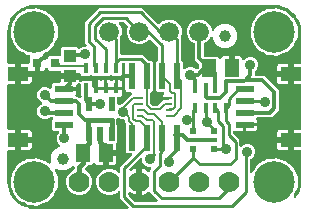
<source format=gbr>
G04 EAGLE Gerber RS-274X export*
G75*
%MOMM*%
%FSLAX34Y34*%
%LPD*%
%INTop Copper*%
%IPPOS*%
%AMOC8*
5,1,8,0,0,1.08239X$1,22.5*%
G01*
%ADD10R,1.240000X1.500000*%
%ADD11R,0.550000X1.200000*%
%ADD12R,0.450000X0.900000*%
%ADD13R,0.500000X0.500000*%
%ADD14R,0.500000X0.400000*%
%ADD15C,1.778000*%
%ADD16C,3.516000*%
%ADD17R,1.550000X0.600000*%
%ADD18R,1.800000X1.200000*%
%ADD19C,1.000000*%
%ADD20R,0.800000X0.800000*%
%ADD21C,1.676400*%
%ADD22R,0.600000X2.200000*%
%ADD23R,0.500000X0.275000*%
%ADD24R,1.000000X1.075000*%
%ADD25C,0.406400*%
%ADD26C,0.889000*%
%ADD27C,0.304800*%
%ADD28C,0.254000*%
%ADD29C,0.203200*%

G36*
X54632Y-42527D02*
X54632Y-42527D01*
X54771Y-42514D01*
X54790Y-42507D01*
X54810Y-42504D01*
X54939Y-42453D01*
X55070Y-42406D01*
X55087Y-42395D01*
X55105Y-42387D01*
X55218Y-42306D01*
X55333Y-42228D01*
X55346Y-42212D01*
X55363Y-42201D01*
X55452Y-42093D01*
X55544Y-41989D01*
X55553Y-41971D01*
X55566Y-41956D01*
X55625Y-41830D01*
X55688Y-41706D01*
X55693Y-41686D01*
X55701Y-41668D01*
X55727Y-41532D01*
X55758Y-41396D01*
X55757Y-41375D01*
X55761Y-41356D01*
X55752Y-41217D01*
X55748Y-41078D01*
X55742Y-41058D01*
X55741Y-41038D01*
X55698Y-40906D01*
X55660Y-40772D01*
X55649Y-40755D01*
X55643Y-40736D01*
X55569Y-40618D01*
X55498Y-40498D01*
X55480Y-40477D01*
X55473Y-40467D01*
X55458Y-40453D01*
X55392Y-40378D01*
X48767Y-33753D01*
X48767Y-28799D01*
X48750Y-28661D01*
X48737Y-28523D01*
X48730Y-28504D01*
X48727Y-28483D01*
X48676Y-28354D01*
X48629Y-28223D01*
X48618Y-28207D01*
X48610Y-28188D01*
X48529Y-28076D01*
X48451Y-27960D01*
X48435Y-27947D01*
X48424Y-27930D01*
X48316Y-27842D01*
X48212Y-27750D01*
X48194Y-27741D01*
X48179Y-27728D01*
X48053Y-27668D01*
X47929Y-27605D01*
X47909Y-27601D01*
X47891Y-27592D01*
X47754Y-27566D01*
X47619Y-27536D01*
X47598Y-27536D01*
X47579Y-27532D01*
X47440Y-27541D01*
X47301Y-27545D01*
X47281Y-27551D01*
X47261Y-27552D01*
X47129Y-27595D01*
X46995Y-27634D01*
X46978Y-27644D01*
X46959Y-27650D01*
X46841Y-27725D01*
X46721Y-27795D01*
X46700Y-27814D01*
X46690Y-27820D01*
X46676Y-27835D01*
X46601Y-27902D01*
X45557Y-28945D01*
X41543Y-30608D01*
X37197Y-30608D01*
X33183Y-28945D01*
X30110Y-25872D01*
X28447Y-21858D01*
X28447Y-17512D01*
X30110Y-13498D01*
X33183Y-10425D01*
X37197Y-8762D01*
X41543Y-8762D01*
X45557Y-10425D01*
X46601Y-11468D01*
X46710Y-11553D01*
X46817Y-11642D01*
X46836Y-11651D01*
X46852Y-11663D01*
X46979Y-11719D01*
X47105Y-11778D01*
X47125Y-11782D01*
X47144Y-11790D01*
X47282Y-11812D01*
X47418Y-11838D01*
X47438Y-11836D01*
X47458Y-11840D01*
X47597Y-11827D01*
X47735Y-11818D01*
X47754Y-11812D01*
X47774Y-11810D01*
X47906Y-11763D01*
X48037Y-11720D01*
X48055Y-11709D01*
X48074Y-11702D01*
X48189Y-11624D01*
X48306Y-11550D01*
X48320Y-11535D01*
X48337Y-11524D01*
X48429Y-11420D01*
X48524Y-11318D01*
X48534Y-11300D01*
X48547Y-11285D01*
X48610Y-11161D01*
X48678Y-11040D01*
X48683Y-11020D01*
X48692Y-11002D01*
X48722Y-10866D01*
X48757Y-10732D01*
X48759Y-10704D01*
X48762Y-10692D01*
X48761Y-10671D01*
X48767Y-10571D01*
X48767Y-6887D01*
X51074Y-4581D01*
X58270Y2616D01*
X58355Y2725D01*
X58444Y2832D01*
X58452Y2851D01*
X58465Y2867D01*
X58520Y2995D01*
X58579Y3120D01*
X58583Y3140D01*
X58591Y3159D01*
X58613Y3297D01*
X58639Y3433D01*
X58638Y3453D01*
X58641Y3473D01*
X58628Y3612D01*
X58619Y3750D01*
X58613Y3769D01*
X58611Y3789D01*
X58564Y3921D01*
X58521Y4052D01*
X58510Y4070D01*
X58503Y4089D01*
X58425Y4204D01*
X58351Y4321D01*
X58336Y4335D01*
X58325Y4352D01*
X58221Y4444D01*
X58119Y4539D01*
X58102Y4549D01*
X58086Y4562D01*
X57962Y4626D01*
X57841Y4693D01*
X57821Y4698D01*
X57803Y4707D01*
X57667Y4737D01*
X57533Y4772D01*
X57505Y4774D01*
X57493Y4777D01*
X57472Y4776D01*
X57372Y4782D01*
X54578Y4782D01*
X53387Y5973D01*
X53387Y29628D01*
X53375Y29726D01*
X53372Y29825D01*
X53355Y29883D01*
X53347Y29943D01*
X53311Y30035D01*
X53283Y30130D01*
X53253Y30183D01*
X53230Y30239D01*
X53172Y30319D01*
X53122Y30404D01*
X53056Y30479D01*
X53044Y30496D01*
X53034Y30504D01*
X53015Y30525D01*
X52577Y30963D01*
X52577Y32039D01*
X52562Y32157D01*
X52555Y32275D01*
X52542Y32314D01*
X52537Y32354D01*
X52494Y32465D01*
X52457Y32578D01*
X52435Y32612D01*
X52420Y32650D01*
X52351Y32746D01*
X52287Y32847D01*
X52257Y32874D01*
X52234Y32907D01*
X52142Y32983D01*
X52055Y33065D01*
X52020Y33084D01*
X51989Y33110D01*
X51881Y33161D01*
X51777Y33218D01*
X51737Y33228D01*
X51701Y33245D01*
X51584Y33268D01*
X51469Y33298D01*
X51409Y33301D01*
X51389Y33305D01*
X51368Y33304D01*
X51308Y33308D01*
X49731Y33308D01*
X47282Y34322D01*
X47265Y34337D01*
X47246Y34345D01*
X47231Y34357D01*
X47102Y34413D01*
X46977Y34472D01*
X46957Y34476D01*
X46939Y34484D01*
X46801Y34506D01*
X46664Y34532D01*
X46644Y34531D01*
X46625Y34534D01*
X46486Y34521D01*
X46347Y34512D01*
X46328Y34506D01*
X46308Y34504D01*
X46177Y34457D01*
X46045Y34414D01*
X46028Y34403D01*
X46009Y34397D01*
X45894Y34319D01*
X45776Y34244D01*
X45762Y34229D01*
X45746Y34218D01*
X45654Y34114D01*
X45558Y34012D01*
X45548Y33995D01*
X45535Y33980D01*
X45472Y33856D01*
X45404Y33734D01*
X45399Y33714D01*
X45390Y33696D01*
X45360Y33560D01*
X45325Y33426D01*
X45323Y33398D01*
X45321Y33386D01*
X45321Y33366D01*
X45315Y33265D01*
X45315Y28740D01*
X45327Y28642D01*
X45330Y28542D01*
X45347Y28484D01*
X45355Y28424D01*
X45391Y28332D01*
X45419Y28237D01*
X45449Y28185D01*
X45472Y28128D01*
X45530Y28048D01*
X45580Y27963D01*
X45646Y27888D01*
X45658Y27871D01*
X45668Y27863D01*
X45687Y27842D01*
X46033Y27496D01*
X46033Y13812D01*
X45282Y13062D01*
X45222Y12983D01*
X45154Y12911D01*
X45125Y12858D01*
X45088Y12810D01*
X45048Y12720D01*
X45000Y12633D01*
X44985Y12574D01*
X44961Y12519D01*
X44946Y12421D01*
X44921Y12325D01*
X44915Y12225D01*
X44911Y12205D01*
X44913Y12192D01*
X44911Y12164D01*
X44911Y6984D01*
X38709Y6984D01*
X38709Y11352D01*
X38694Y11470D01*
X38687Y11589D01*
X38674Y11627D01*
X38669Y11668D01*
X38625Y11778D01*
X38589Y11891D01*
X38567Y11926D01*
X38552Y11963D01*
X38482Y12059D01*
X38419Y12160D01*
X38389Y12188D01*
X38365Y12221D01*
X38274Y12297D01*
X38187Y12378D01*
X38152Y12398D01*
X38120Y12423D01*
X38013Y12474D01*
X37909Y12532D01*
X37869Y12542D01*
X37833Y12559D01*
X37716Y12581D01*
X37664Y12595D01*
X37662Y12596D01*
X37573Y12675D01*
X37537Y12693D01*
X37505Y12718D01*
X37396Y12765D01*
X37289Y12819D01*
X37250Y12828D01*
X37214Y12844D01*
X37096Y12863D01*
X36979Y12889D01*
X36939Y12887D01*
X36900Y12894D01*
X36781Y12883D01*
X36661Y12879D01*
X36623Y12868D01*
X36583Y12864D01*
X36471Y12824D01*
X36356Y12790D01*
X36321Y12770D01*
X36284Y12756D01*
X36214Y12709D01*
X36205Y12704D01*
X35481Y12286D01*
X34778Y12098D01*
X34663Y12091D01*
X34625Y12078D01*
X34585Y12073D01*
X34474Y12030D01*
X34361Y11993D01*
X34326Y11971D01*
X34289Y11956D01*
X34193Y11887D01*
X34092Y11823D01*
X34064Y11793D01*
X34031Y11770D01*
X33956Y11678D01*
X33874Y11591D01*
X33854Y11556D01*
X33829Y11525D01*
X33778Y11417D01*
X33720Y11313D01*
X33710Y11273D01*
X33693Y11237D01*
X33671Y11120D01*
X33641Y11005D01*
X33637Y10945D01*
X33633Y10925D01*
X33635Y10904D01*
X33631Y10844D01*
X33631Y5715D01*
X33646Y5597D01*
X33653Y5478D01*
X33666Y5440D01*
X33671Y5400D01*
X33714Y5289D01*
X33751Y5176D01*
X33773Y5141D01*
X33788Y5104D01*
X33858Y5008D01*
X33921Y4907D01*
X33951Y4879D01*
X33975Y4847D01*
X34066Y4771D01*
X34153Y4689D01*
X34188Y4670D01*
X34219Y4644D01*
X34327Y4593D01*
X34431Y4536D01*
X34471Y4525D01*
X34507Y4508D01*
X34624Y4486D01*
X34739Y4456D01*
X34800Y4452D01*
X34820Y4448D01*
X34840Y4450D01*
X34900Y4446D01*
X36171Y4446D01*
X36171Y4444D01*
X34900Y4444D01*
X34782Y4429D01*
X34663Y4422D01*
X34625Y4409D01*
X34585Y4404D01*
X34474Y4360D01*
X34361Y4324D01*
X34326Y4302D01*
X34289Y4287D01*
X34193Y4217D01*
X34092Y4154D01*
X34064Y4124D01*
X34031Y4100D01*
X33956Y4009D01*
X33874Y3922D01*
X33854Y3887D01*
X33829Y3855D01*
X33778Y3748D01*
X33720Y3644D01*
X33710Y3604D01*
X33693Y3568D01*
X33671Y3451D01*
X33641Y3336D01*
X33637Y3275D01*
X33633Y3255D01*
X33635Y3236D01*
X33633Y3229D01*
X33634Y3222D01*
X33631Y3175D01*
X33631Y-5596D01*
X29636Y-5596D01*
X28989Y-5423D01*
X28410Y-5088D01*
X27937Y-4615D01*
X27574Y-3986D01*
X27498Y-3886D01*
X27427Y-3782D01*
X27402Y-3759D01*
X27381Y-3732D01*
X27283Y-3654D01*
X27189Y-3571D01*
X27159Y-3556D01*
X27132Y-3535D01*
X27017Y-3484D01*
X26905Y-3426D01*
X26872Y-3419D01*
X26842Y-3405D01*
X26718Y-3384D01*
X26595Y-3357D01*
X26561Y-3358D01*
X26528Y-3352D01*
X26403Y-3363D01*
X26277Y-3366D01*
X26245Y-3376D01*
X26211Y-3379D01*
X26093Y-3420D01*
X25972Y-3455D01*
X25943Y-3472D01*
X25911Y-3483D01*
X25806Y-3553D01*
X25698Y-3616D01*
X25661Y-3649D01*
X25646Y-3659D01*
X25631Y-3675D01*
X25577Y-3723D01*
X24212Y-5088D01*
X22141Y-5088D01*
X22043Y-5100D01*
X21944Y-5103D01*
X21886Y-5120D01*
X21826Y-5128D01*
X21734Y-5164D01*
X21639Y-5192D01*
X21586Y-5222D01*
X21530Y-5245D01*
X21450Y-5303D01*
X21365Y-5353D01*
X21289Y-5419D01*
X21273Y-5431D01*
X21265Y-5441D01*
X21244Y-5459D01*
X18758Y-7946D01*
X18727Y-7985D01*
X18690Y-8019D01*
X18630Y-8110D01*
X18563Y-8197D01*
X18543Y-8243D01*
X18516Y-8284D01*
X18480Y-8388D01*
X18436Y-8489D01*
X18428Y-8538D01*
X18412Y-8585D01*
X18404Y-8694D01*
X18386Y-8803D01*
X18391Y-8853D01*
X18387Y-8902D01*
X18406Y-9010D01*
X18416Y-9120D01*
X18433Y-9167D01*
X18442Y-9215D01*
X18487Y-9316D01*
X18524Y-9419D01*
X18552Y-9460D01*
X18572Y-9505D01*
X18641Y-9591D01*
X18702Y-9682D01*
X18740Y-9715D01*
X18771Y-9754D01*
X18859Y-9820D01*
X18941Y-9893D01*
X18985Y-9915D01*
X19025Y-9945D01*
X19169Y-10016D01*
X20157Y-10425D01*
X23230Y-13498D01*
X24893Y-17512D01*
X24893Y-21858D01*
X23230Y-25872D01*
X20157Y-28945D01*
X16143Y-30608D01*
X11797Y-30608D01*
X7783Y-28945D01*
X4710Y-25872D01*
X3047Y-21858D01*
X3047Y-17512D01*
X4710Y-13498D01*
X7783Y-10425D01*
X9122Y-9871D01*
X9147Y-9856D01*
X9175Y-9847D01*
X9285Y-9777D01*
X9398Y-9713D01*
X9419Y-9692D01*
X9444Y-9677D01*
X9533Y-9582D01*
X9626Y-9492D01*
X9642Y-9467D01*
X9662Y-9445D01*
X9725Y-9331D01*
X9793Y-9221D01*
X9801Y-9192D01*
X9816Y-9167D01*
X9848Y-9041D01*
X9886Y-8917D01*
X9888Y-8887D01*
X9895Y-8859D01*
X9905Y-8698D01*
X9905Y-7582D01*
X9887Y-7438D01*
X9872Y-7292D01*
X9867Y-7280D01*
X9865Y-7266D01*
X9812Y-7131D01*
X9761Y-6994D01*
X9753Y-6983D01*
X9748Y-6971D01*
X9663Y-6853D01*
X9580Y-6733D01*
X9570Y-6724D01*
X9562Y-6713D01*
X9449Y-6620D01*
X9339Y-6525D01*
X9327Y-6519D01*
X9317Y-6511D01*
X9185Y-6449D01*
X9054Y-6384D01*
X9041Y-6381D01*
X9029Y-6375D01*
X8887Y-6348D01*
X8743Y-6317D01*
X8730Y-6318D01*
X8717Y-6315D01*
X8572Y-6324D01*
X8426Y-6330D01*
X8413Y-6334D01*
X8399Y-6335D01*
X8261Y-6380D01*
X8121Y-6422D01*
X8109Y-6429D01*
X8097Y-6433D01*
X7974Y-6511D01*
X7849Y-6586D01*
X7839Y-6596D01*
X7828Y-6603D01*
X7728Y-6709D01*
X7626Y-6813D01*
X7616Y-6829D01*
X7610Y-6835D01*
X7602Y-6850D01*
X7537Y-6947D01*
X7321Y-7321D01*
X2680Y-10001D01*
X-2680Y-10001D01*
X-4958Y-8685D01*
X-5031Y-8655D01*
X-5100Y-8615D01*
X-5177Y-8593D01*
X-5251Y-8562D01*
X-5330Y-8550D01*
X-5407Y-8529D01*
X-5487Y-8527D01*
X-5566Y-8516D01*
X-5645Y-8524D01*
X-5725Y-8522D01*
X-5802Y-8540D01*
X-5882Y-8549D01*
X-5957Y-8577D01*
X-6034Y-8595D01*
X-6105Y-8632D01*
X-6180Y-8660D01*
X-6245Y-8705D01*
X-6316Y-8742D01*
X-6376Y-8795D01*
X-6441Y-8841D01*
X-6493Y-8901D01*
X-6553Y-8954D01*
X-6597Y-9021D01*
X-6649Y-9082D01*
X-6685Y-9153D01*
X-6729Y-9219D01*
X-6755Y-9295D01*
X-6791Y-9366D01*
X-6807Y-9444D01*
X-6834Y-9519D01*
X-6841Y-9599D01*
X-6857Y-9677D01*
X-6854Y-9757D01*
X-6861Y-9836D01*
X-6847Y-9915D01*
X-6844Y-9995D01*
X-6821Y-10071D01*
X-6808Y-10150D01*
X-6753Y-10299D01*
X-6753Y-10300D01*
X-6752Y-10300D01*
X-6752Y-10301D01*
X-4438Y-15499D01*
X-4438Y-23871D01*
X-7267Y-30226D01*
X-7270Y-30236D01*
X-7280Y-30256D01*
X-7536Y-30874D01*
X-7555Y-30898D01*
X-7560Y-30906D01*
X-7562Y-30910D01*
X-7567Y-30921D01*
X-7630Y-31041D01*
X-7843Y-31519D01*
X-11677Y-34971D01*
X-11689Y-34985D01*
X-11725Y-35017D01*
X-13020Y-36312D01*
X-13089Y-36340D01*
X-13206Y-36407D01*
X-13326Y-36470D01*
X-13353Y-36491D01*
X-13365Y-36498D01*
X-13381Y-36513D01*
X-13452Y-36570D01*
X-14064Y-37120D01*
X-18228Y-38473D01*
X-18247Y-38482D01*
X-18321Y-38508D01*
X-20229Y-39298D01*
X-20565Y-39298D01*
X-20683Y-39313D01*
X-20801Y-39320D01*
X-20860Y-39335D01*
X-20880Y-39338D01*
X-20899Y-39345D01*
X-20957Y-39360D01*
X-22026Y-39707D01*
X-25854Y-39305D01*
X-25872Y-39305D01*
X-25987Y-39298D01*
X-28031Y-39298D01*
X-28579Y-39071D01*
X-28677Y-39044D01*
X-28773Y-39008D01*
X-28865Y-38993D01*
X-28886Y-38987D01*
X-28900Y-38987D01*
X-28932Y-38981D01*
X-30114Y-38857D01*
X-30140Y-38858D01*
X-30166Y-38853D01*
X-30299Y-38861D01*
X-30357Y-38862D01*
X-30383Y-38835D01*
X-30405Y-38820D01*
X-30424Y-38802D01*
X-30558Y-38713D01*
X-33315Y-37121D01*
X-33317Y-37120D01*
X-33320Y-37118D01*
X-33464Y-37047D01*
X-35240Y-36312D01*
X-35837Y-35715D01*
X-35904Y-35663D01*
X-35965Y-35602D01*
X-36079Y-35527D01*
X-36088Y-35520D01*
X-36092Y-35518D01*
X-36099Y-35513D01*
X-37601Y-34646D01*
X-39391Y-32182D01*
X-39404Y-32168D01*
X-39414Y-32152D01*
X-39521Y-32031D01*
X-40757Y-30795D01*
X-41173Y-29789D01*
X-41208Y-29729D01*
X-41233Y-29665D01*
X-41319Y-29529D01*
X-42522Y-27874D01*
X-43083Y-25236D01*
X-43094Y-25202D01*
X-43099Y-25166D01*
X-43151Y-25014D01*
X-43743Y-23586D01*
X-43743Y-22263D01*
X-43749Y-22211D01*
X-43747Y-22159D01*
X-43770Y-21999D01*
X-44262Y-19685D01*
X-43770Y-17371D01*
X-43766Y-17318D01*
X-43753Y-17268D01*
X-43743Y-17107D01*
X-43743Y-15784D01*
X-43151Y-14356D01*
X-43142Y-14322D01*
X-43126Y-14290D01*
X-43083Y-14134D01*
X-42522Y-11496D01*
X-41319Y-9841D01*
X-41286Y-9780D01*
X-41244Y-9725D01*
X-41173Y-9581D01*
X-40757Y-8575D01*
X-39521Y-7339D01*
X-39509Y-7324D01*
X-39494Y-7312D01*
X-39391Y-7188D01*
X-37601Y-4724D01*
X-36099Y-3857D01*
X-36031Y-3805D01*
X-35957Y-3761D01*
X-35855Y-3671D01*
X-35846Y-3664D01*
X-35843Y-3661D01*
X-35837Y-3655D01*
X-35240Y-3058D01*
X-33464Y-2323D01*
X-33462Y-2321D01*
X-33459Y-2321D01*
X-33315Y-2249D01*
X-30351Y-538D01*
X-28932Y-389D01*
X-28833Y-365D01*
X-28731Y-351D01*
X-28643Y-321D01*
X-28622Y-316D01*
X-28610Y-310D01*
X-28579Y-299D01*
X-28031Y-72D01*
X-25987Y-72D01*
X-25970Y-70D01*
X-25854Y-65D01*
X-22026Y337D01*
X-20957Y-10D01*
X-20840Y-32D01*
X-20725Y-62D01*
X-20665Y-66D01*
X-20645Y-70D01*
X-20624Y-69D01*
X-20565Y-72D01*
X-20229Y-72D01*
X-18321Y-863D01*
X-18300Y-868D01*
X-18227Y-897D01*
X-14064Y-2250D01*
X-13452Y-2800D01*
X-13341Y-2878D01*
X-13233Y-2959D01*
X-13203Y-2974D01*
X-13191Y-2982D01*
X-13171Y-2989D01*
X-13089Y-3030D01*
X-13020Y-3058D01*
X-12167Y-3911D01*
X-12058Y-3996D01*
X-11951Y-4085D01*
X-11932Y-4094D01*
X-11916Y-4106D01*
X-11789Y-4161D01*
X-11663Y-4220D01*
X-11643Y-4224D01*
X-11624Y-4232D01*
X-11486Y-4254D01*
X-11350Y-4280D01*
X-11330Y-4279D01*
X-11310Y-4282D01*
X-11171Y-4269D01*
X-11033Y-4260D01*
X-11014Y-4254D01*
X-10994Y-4252D01*
X-10862Y-4205D01*
X-10731Y-4162D01*
X-10713Y-4152D01*
X-10694Y-4145D01*
X-10579Y-4067D01*
X-10462Y-3992D01*
X-10448Y-3977D01*
X-10431Y-3966D01*
X-10339Y-3862D01*
X-10244Y-3761D01*
X-10234Y-3743D01*
X-10221Y-3728D01*
X-10158Y-3604D01*
X-10090Y-3482D01*
X-10085Y-3462D01*
X-10076Y-3444D01*
X-10046Y-3309D01*
X-10011Y-3174D01*
X-10009Y-3146D01*
X-10006Y-3134D01*
X-10007Y-3114D01*
X-10001Y-3013D01*
X-10001Y2680D01*
X-7321Y7321D01*
X-2887Y9881D01*
X-2787Y9957D01*
X-2683Y10028D01*
X-2660Y10053D01*
X-2633Y10073D01*
X-2555Y10172D01*
X-2472Y10266D01*
X-2457Y10296D01*
X-2436Y10323D01*
X-2384Y10438D01*
X-2327Y10549D01*
X-2320Y10582D01*
X-2306Y10613D01*
X-2285Y10737D01*
X-2258Y10860D01*
X-2259Y10893D01*
X-2253Y10927D01*
X-2264Y11052D01*
X-2267Y11178D01*
X-2277Y11210D01*
X-2280Y11244D01*
X-2321Y11363D01*
X-2356Y11483D01*
X-2373Y11512D01*
X-2384Y11544D01*
X-2454Y11649D01*
X-2517Y11757D01*
X-2550Y11794D01*
X-2560Y11809D01*
X-2576Y11824D01*
X-2624Y11878D01*
X-4222Y13476D01*
X-5208Y15856D01*
X-5208Y18434D01*
X-4222Y20814D01*
X-3420Y21616D01*
X-3336Y21725D01*
X-3246Y21832D01*
X-3238Y21851D01*
X-3225Y21867D01*
X-3170Y21994D01*
X-3111Y22120D01*
X-3107Y22140D01*
X-3099Y22159D01*
X-3077Y22297D01*
X-3051Y22433D01*
X-3052Y22453D01*
X-3049Y22473D01*
X-3062Y22612D01*
X-3071Y22750D01*
X-3077Y22769D01*
X-3079Y22789D01*
X-3126Y22921D01*
X-3169Y23052D01*
X-3180Y23070D01*
X-3187Y23089D01*
X-3265Y23204D01*
X-3339Y23321D01*
X-3354Y23335D01*
X-3365Y23352D01*
X-3469Y23444D01*
X-3571Y23539D01*
X-3589Y23549D01*
X-3604Y23562D01*
X-3727Y23625D01*
X-3849Y23693D01*
X-3869Y23698D01*
X-3887Y23707D01*
X-4023Y23737D01*
X-4157Y23772D01*
X-4185Y23774D01*
X-4197Y23777D01*
X-4218Y23776D01*
X-4318Y23782D01*
X-7582Y23782D01*
X-8773Y24973D01*
X-8773Y32657D01*
X-8512Y32917D01*
X-8439Y33012D01*
X-8360Y33101D01*
X-8342Y33137D01*
X-8317Y33169D01*
X-8270Y33278D01*
X-8216Y33384D01*
X-8207Y33423D01*
X-8191Y33461D01*
X-8172Y33578D01*
X-8146Y33694D01*
X-8147Y33735D01*
X-8141Y33775D01*
X-8152Y33893D01*
X-8156Y34012D01*
X-8167Y34051D01*
X-8171Y34091D01*
X-8211Y34203D01*
X-8244Y34318D01*
X-8265Y34353D01*
X-8278Y34391D01*
X-8345Y34489D01*
X-8406Y34592D01*
X-8446Y34637D01*
X-8457Y34654D01*
X-8472Y34667D01*
X-8512Y34712D01*
X-8686Y34887D01*
X-8765Y34947D01*
X-8837Y35015D01*
X-8890Y35044D01*
X-8938Y35081D01*
X-9028Y35121D01*
X-9115Y35169D01*
X-9174Y35184D01*
X-9229Y35208D01*
X-9327Y35223D01*
X-9423Y35248D01*
X-9523Y35254D01*
X-9543Y35258D01*
X-9556Y35256D01*
X-9584Y35258D01*
X-10300Y35258D01*
X-10398Y35246D01*
X-10497Y35243D01*
X-10556Y35226D01*
X-10616Y35218D01*
X-10708Y35182D01*
X-10803Y35154D01*
X-10855Y35124D01*
X-10911Y35101D01*
X-10991Y35043D01*
X-11077Y34993D01*
X-11152Y34927D01*
X-11169Y34915D01*
X-11176Y34905D01*
X-11198Y34887D01*
X-11571Y34513D01*
X-13951Y33527D01*
X-16529Y33527D01*
X-18909Y34513D01*
X-20732Y36336D01*
X-21718Y38716D01*
X-21718Y41294D01*
X-20732Y43674D01*
X-18909Y45497D01*
X-18135Y45817D01*
X-18014Y45886D01*
X-17891Y45951D01*
X-17876Y45965D01*
X-17859Y45975D01*
X-17758Y46072D01*
X-17656Y46165D01*
X-17645Y46182D01*
X-17630Y46196D01*
X-17557Y46315D01*
X-17481Y46431D01*
X-17475Y46450D01*
X-17464Y46467D01*
X-17423Y46600D01*
X-17378Y46732D01*
X-17376Y46752D01*
X-17370Y46771D01*
X-17364Y46910D01*
X-17353Y47049D01*
X-17356Y47069D01*
X-17355Y47089D01*
X-17383Y47225D01*
X-17407Y47362D01*
X-17415Y47381D01*
X-17419Y47400D01*
X-17481Y47525D01*
X-17538Y47652D01*
X-17550Y47668D01*
X-17559Y47686D01*
X-17650Y47792D01*
X-17736Y47900D01*
X-17752Y47913D01*
X-17766Y47928D01*
X-17880Y48008D01*
X-17990Y48092D01*
X-18015Y48104D01*
X-18026Y48111D01*
X-18045Y48118D01*
X-18135Y48163D01*
X-18909Y48483D01*
X-20732Y50306D01*
X-21718Y52686D01*
X-21718Y55264D01*
X-20732Y57644D01*
X-18909Y59467D01*
X-16529Y60453D01*
X-13951Y60453D01*
X-11571Y59467D01*
X-11448Y59343D01*
X-11360Y59276D01*
X-11321Y59239D01*
X-11301Y59228D01*
X-11231Y59169D01*
X-11212Y59161D01*
X-11196Y59148D01*
X-11068Y59093D01*
X-10943Y59034D01*
X-10923Y59030D01*
X-10904Y59022D01*
X-10767Y59000D01*
X-10630Y58974D01*
X-10610Y58975D01*
X-10590Y58972D01*
X-10452Y58985D01*
X-10313Y58994D01*
X-10294Y59000D01*
X-10274Y59002D01*
X-10143Y59049D01*
X-10011Y59092D01*
X-9993Y59103D01*
X-9974Y59110D01*
X-9859Y59188D01*
X-9742Y59262D01*
X-9728Y59277D01*
X-9711Y59288D01*
X-9620Y59392D01*
X-9524Y59494D01*
X-9514Y59511D01*
X-9501Y59527D01*
X-9437Y59651D01*
X-9370Y59772D01*
X-9365Y59792D01*
X-9356Y59810D01*
X-9326Y59946D01*
X-9291Y60080D01*
X-9289Y60108D01*
X-9286Y60120D01*
X-9287Y60141D01*
X-9285Y60177D01*
X-9283Y60185D01*
X-9284Y60193D01*
X-9281Y60241D01*
X-9281Y62149D01*
X-9108Y62796D01*
X-8773Y63375D01*
X-8300Y63848D01*
X-7721Y64183D01*
X-7074Y64356D01*
X-3095Y64356D01*
X-2977Y64371D01*
X-2858Y64378D01*
X-2820Y64391D01*
X-2779Y64396D01*
X-2669Y64439D01*
X-2556Y64476D01*
X-2521Y64498D01*
X-2484Y64513D01*
X-2388Y64582D01*
X-2287Y64646D01*
X-2259Y64676D01*
X-2226Y64699D01*
X-2150Y64791D01*
X-2069Y64878D01*
X-2049Y64913D01*
X-2024Y64944D01*
X-1973Y65052D01*
X-1915Y65156D01*
X-1905Y65196D01*
X-1888Y65232D01*
X-1866Y65349D01*
X-1836Y65464D01*
X-1832Y65524D01*
X-1828Y65544D01*
X-1830Y65565D01*
X-1826Y65625D01*
X-1826Y67741D01*
X4485Y67741D01*
X4603Y67756D01*
X4722Y67763D01*
X4760Y67775D01*
X4800Y67781D01*
X4911Y67824D01*
X5024Y67861D01*
X5058Y67883D01*
X5096Y67898D01*
X5192Y67967D01*
X5293Y68031D01*
X5321Y68061D01*
X5353Y68084D01*
X5429Y68176D01*
X5511Y68263D01*
X5530Y68298D01*
X5556Y68329D01*
X5607Y68437D01*
X5664Y68541D01*
X5674Y68581D01*
X5692Y68617D01*
X5712Y68724D01*
X5716Y68694D01*
X5760Y68584D01*
X5796Y68471D01*
X5818Y68436D01*
X5833Y68399D01*
X5903Y68302D01*
X5966Y68202D01*
X5996Y68174D01*
X6020Y68141D01*
X6111Y68065D01*
X6198Y67984D01*
X6233Y67964D01*
X6265Y67939D01*
X6372Y67888D01*
X6477Y67830D01*
X6516Y67820D01*
X6552Y67803D01*
X6669Y67781D01*
X6785Y67751D01*
X6845Y67747D01*
X6865Y67743D01*
X6885Y67745D01*
X6945Y67741D01*
X13256Y67741D01*
X13256Y66005D01*
X13273Y65867D01*
X13286Y65728D01*
X13293Y65709D01*
X13296Y65689D01*
X13347Y65560D01*
X13394Y65429D01*
X13405Y65412D01*
X13413Y65393D01*
X13494Y65281D01*
X13572Y65166D01*
X13588Y65153D01*
X13599Y65136D01*
X13707Y65047D01*
X13811Y64955D01*
X13829Y64946D01*
X13844Y64933D01*
X13970Y64874D01*
X14094Y64811D01*
X14114Y64806D01*
X14132Y64798D01*
X14269Y64772D01*
X14404Y64741D01*
X14425Y64742D01*
X14444Y64738D01*
X14583Y64747D01*
X14722Y64751D01*
X14742Y64756D01*
X14762Y64758D01*
X14894Y64800D01*
X15028Y64839D01*
X15045Y64850D01*
X15064Y64856D01*
X15182Y64930D01*
X15302Y65001D01*
X15323Y65019D01*
X15333Y65026D01*
X15347Y65041D01*
X15422Y65107D01*
X16293Y65978D01*
X22477Y65978D01*
X22628Y65826D01*
X22722Y65753D01*
X22812Y65675D01*
X22848Y65656D01*
X22880Y65631D01*
X22989Y65584D01*
X23095Y65530D01*
X23134Y65521D01*
X23171Y65505D01*
X23289Y65486D01*
X23405Y65460D01*
X23445Y65462D01*
X23485Y65455D01*
X23604Y65466D01*
X23723Y65470D01*
X23762Y65481D01*
X23802Y65485D01*
X23914Y65525D01*
X24029Y65558D01*
X24063Y65579D01*
X24101Y65593D01*
X24200Y65660D01*
X24303Y65720D01*
X24348Y65760D01*
X24365Y65771D01*
X24378Y65787D01*
X24423Y65826D01*
X24575Y65978D01*
X25154Y66313D01*
X25801Y66486D01*
X27116Y66486D01*
X27116Y59445D01*
X27131Y59327D01*
X27138Y59208D01*
X27150Y59170D01*
X27155Y59130D01*
X27199Y59019D01*
X27236Y58906D01*
X27258Y58872D01*
X27272Y58834D01*
X27342Y58738D01*
X27406Y58637D01*
X27407Y58637D01*
X27436Y58609D01*
X27459Y58577D01*
X27460Y58576D01*
X27552Y58500D01*
X27638Y58419D01*
X27674Y58399D01*
X27705Y58373D01*
X27812Y58323D01*
X27917Y58265D01*
X27956Y58255D01*
X27992Y58238D01*
X28109Y58216D01*
X28225Y58186D01*
X28285Y58182D01*
X28305Y58178D01*
X28325Y58179D01*
X28385Y58176D01*
X36385Y58176D01*
X45385Y58176D01*
X50176Y58176D01*
X50176Y54611D01*
X50003Y53964D01*
X49668Y53385D01*
X49195Y52912D01*
X48616Y52577D01*
X47969Y52404D01*
X47302Y52404D01*
X47184Y52389D01*
X47065Y52382D01*
X47027Y52369D01*
X46986Y52364D01*
X46876Y52321D01*
X46763Y52284D01*
X46728Y52262D01*
X46691Y52247D01*
X46595Y52178D01*
X46494Y52114D01*
X46466Y52084D01*
X46433Y52061D01*
X46357Y51969D01*
X46276Y51882D01*
X46256Y51847D01*
X46231Y51816D01*
X46180Y51708D01*
X46122Y51604D01*
X46112Y51564D01*
X46095Y51528D01*
X46073Y51411D01*
X46043Y51296D01*
X46039Y51236D01*
X46035Y51216D01*
X46037Y51195D01*
X46033Y51135D01*
X46033Y46631D01*
X46039Y46582D01*
X46037Y46532D01*
X46059Y46425D01*
X46073Y46315D01*
X46091Y46269D01*
X46101Y46221D01*
X46149Y46122D01*
X46190Y46020D01*
X46219Y45980D01*
X46241Y45935D01*
X46312Y45851D01*
X46376Y45762D01*
X46415Y45731D01*
X46447Y45693D01*
X46537Y45630D01*
X46621Y45560D01*
X46666Y45538D01*
X46707Y45510D01*
X46810Y45471D01*
X46909Y45424D01*
X46958Y45415D01*
X47004Y45397D01*
X47114Y45385D01*
X47221Y45364D01*
X47271Y45367D01*
X47320Y45362D01*
X47429Y45377D01*
X47539Y45384D01*
X47586Y45399D01*
X47635Y45406D01*
X47788Y45458D01*
X49753Y46272D01*
X49779Y46276D01*
X49878Y46279D01*
X49936Y46296D01*
X49997Y46303D01*
X50089Y46340D01*
X50184Y46367D01*
X50236Y46398D01*
X50292Y46420D01*
X50372Y46478D01*
X50458Y46529D01*
X50533Y46595D01*
X50550Y46607D01*
X50557Y46616D01*
X50578Y46635D01*
X58051Y54108D01*
X58136Y54217D01*
X58225Y54324D01*
X58233Y54343D01*
X58246Y54359D01*
X58301Y54487D01*
X58360Y54612D01*
X58364Y54632D01*
X58372Y54651D01*
X58394Y54789D01*
X58420Y54925D01*
X58419Y54945D01*
X58422Y54965D01*
X58409Y55104D01*
X58400Y55242D01*
X58394Y55261D01*
X58392Y55281D01*
X58345Y55413D01*
X58302Y55544D01*
X58292Y55562D01*
X58285Y55581D01*
X58207Y55696D01*
X58132Y55813D01*
X58117Y55827D01*
X58106Y55844D01*
X58002Y55936D01*
X57901Y56031D01*
X57883Y56041D01*
X57868Y56054D01*
X57744Y56118D01*
X57622Y56185D01*
X57603Y56190D01*
X57584Y56199D01*
X57449Y56229D01*
X57314Y56264D01*
X57286Y56266D01*
X57274Y56269D01*
X57254Y56268D01*
X57153Y56274D01*
X55086Y56274D01*
X54439Y56447D01*
X53860Y56782D01*
X53387Y57255D01*
X53052Y57834D01*
X52879Y58481D01*
X52879Y68316D01*
X58190Y68316D01*
X58308Y68331D01*
X58427Y68338D01*
X58465Y68350D01*
X58505Y68356D01*
X58616Y68399D01*
X58729Y68436D01*
X58763Y68458D01*
X58801Y68473D01*
X58897Y68542D01*
X58998Y68606D01*
X59026Y68636D01*
X59058Y68659D01*
X59134Y68751D01*
X59216Y68838D01*
X59235Y68873D01*
X59261Y68904D01*
X59312Y69012D01*
X59369Y69116D01*
X59379Y69156D01*
X59397Y69192D01*
X59419Y69309D01*
X59449Y69424D01*
X59453Y69484D01*
X59456Y69504D01*
X59455Y69525D01*
X59459Y69585D01*
X59459Y70045D01*
X59444Y70163D01*
X59437Y70282D01*
X59424Y70320D01*
X59419Y70361D01*
X59375Y70471D01*
X59339Y70584D01*
X59317Y70619D01*
X59302Y70656D01*
X59232Y70752D01*
X59169Y70853D01*
X59139Y70881D01*
X59115Y70914D01*
X59024Y70990D01*
X58937Y71071D01*
X58902Y71091D01*
X58870Y71116D01*
X58763Y71167D01*
X58658Y71225D01*
X58619Y71235D01*
X58583Y71252D01*
X58466Y71274D01*
X58350Y71304D01*
X58290Y71308D01*
X58270Y71312D01*
X58250Y71310D01*
X58190Y71314D01*
X52879Y71314D01*
X52879Y79883D01*
X52864Y80001D01*
X52857Y80120D01*
X52844Y80158D01*
X52839Y80199D01*
X52796Y80309D01*
X52759Y80422D01*
X52737Y80457D01*
X52722Y80494D01*
X52653Y80590D01*
X52589Y80691D01*
X52559Y80719D01*
X52536Y80752D01*
X52444Y80828D01*
X52357Y80909D01*
X52322Y80929D01*
X52291Y80954D01*
X52183Y81005D01*
X52079Y81063D01*
X52039Y81073D01*
X52003Y81090D01*
X51886Y81112D01*
X51771Y81142D01*
X51711Y81146D01*
X51691Y81150D01*
X51670Y81148D01*
X51610Y81152D01*
X50937Y81152D01*
X50819Y81137D01*
X50700Y81130D01*
X50662Y81117D01*
X50621Y81112D01*
X50511Y81069D01*
X50398Y81032D01*
X50363Y81010D01*
X50326Y80995D01*
X50230Y80926D01*
X50129Y80862D01*
X50101Y80832D01*
X50068Y80809D01*
X49992Y80717D01*
X49911Y80630D01*
X49891Y80595D01*
X49866Y80564D01*
X49815Y80456D01*
X49757Y80352D01*
X49747Y80312D01*
X49730Y80276D01*
X49708Y80159D01*
X49678Y80044D01*
X49674Y79984D01*
X49670Y79964D01*
X49672Y79943D01*
X49668Y79883D01*
X49668Y71103D01*
X48477Y69912D01*
X42293Y69912D01*
X41783Y70423D01*
X41689Y70496D01*
X41599Y70575D01*
X41563Y70593D01*
X41531Y70618D01*
X41422Y70665D01*
X41316Y70719D01*
X41277Y70728D01*
X41239Y70744D01*
X41122Y70763D01*
X41006Y70789D01*
X40965Y70788D01*
X40925Y70794D01*
X40807Y70783D01*
X40688Y70779D01*
X40649Y70768D01*
X40609Y70764D01*
X40497Y70724D01*
X40382Y70691D01*
X40347Y70670D01*
X40309Y70657D01*
X40211Y70590D01*
X40108Y70529D01*
X40063Y70489D01*
X40046Y70478D01*
X40033Y70463D01*
X39988Y70423D01*
X39477Y69912D01*
X33293Y69912D01*
X33283Y69923D01*
X33188Y69996D01*
X33099Y70075D01*
X33063Y70093D01*
X33031Y70118D01*
X32922Y70165D01*
X32816Y70219D01*
X32776Y70228D01*
X32739Y70244D01*
X32622Y70263D01*
X32506Y70289D01*
X32465Y70288D01*
X32425Y70294D01*
X32307Y70283D01*
X32188Y70279D01*
X32149Y70268D01*
X32109Y70264D01*
X31996Y70224D01*
X31882Y70191D01*
X31848Y70170D01*
X31809Y70157D01*
X31711Y70090D01*
X31608Y70029D01*
X31563Y69989D01*
X31546Y69978D01*
X31533Y69963D01*
X31488Y69923D01*
X31477Y69912D01*
X25293Y69912D01*
X24782Y70423D01*
X24688Y70496D01*
X24599Y70575D01*
X24563Y70593D01*
X24531Y70618D01*
X24422Y70665D01*
X24316Y70719D01*
X24277Y70728D01*
X24239Y70744D01*
X24122Y70763D01*
X24006Y70789D01*
X23965Y70788D01*
X23925Y70794D01*
X23807Y70783D01*
X23688Y70779D01*
X23649Y70768D01*
X23609Y70764D01*
X23497Y70724D01*
X23382Y70691D01*
X23347Y70670D01*
X23309Y70657D01*
X23211Y70590D01*
X23108Y70529D01*
X23063Y70489D01*
X23046Y70478D01*
X23033Y70463D01*
X22987Y70423D01*
X22477Y69912D01*
X16293Y69912D01*
X15102Y71103D01*
X15102Y71470D01*
X15087Y71588D01*
X15080Y71707D01*
X15067Y71745D01*
X15062Y71786D01*
X15019Y71896D01*
X14982Y72009D01*
X14960Y72044D01*
X14945Y72081D01*
X14876Y72177D01*
X14812Y72278D01*
X14782Y72306D01*
X14759Y72339D01*
X14667Y72415D01*
X14580Y72496D01*
X14545Y72516D01*
X14514Y72541D01*
X14406Y72592D01*
X14302Y72650D01*
X14262Y72660D01*
X14226Y72677D01*
X14109Y72699D01*
X13994Y72729D01*
X13934Y72733D01*
X13914Y72737D01*
X13893Y72735D01*
X13833Y72739D01*
X6945Y72739D01*
X6827Y72724D01*
X6708Y72717D01*
X6670Y72704D01*
X6630Y72699D01*
X6519Y72656D01*
X6406Y72619D01*
X6372Y72597D01*
X6334Y72582D01*
X6238Y72513D01*
X6137Y72449D01*
X6109Y72419D01*
X6077Y72396D01*
X6001Y72304D01*
X5919Y72217D01*
X5900Y72182D01*
X5874Y72151D01*
X5823Y72043D01*
X5766Y71939D01*
X5756Y71899D01*
X5738Y71863D01*
X5718Y71756D01*
X5714Y71786D01*
X5670Y71896D01*
X5634Y72009D01*
X5612Y72044D01*
X5597Y72081D01*
X5527Y72177D01*
X5464Y72278D01*
X5434Y72306D01*
X5410Y72339D01*
X5319Y72415D01*
X5232Y72496D01*
X5197Y72516D01*
X5165Y72541D01*
X5058Y72592D01*
X4953Y72650D01*
X4914Y72660D01*
X4878Y72677D01*
X4761Y72699D01*
X4645Y72729D01*
X4585Y72733D01*
X4565Y72737D01*
X4545Y72735D01*
X4485Y72739D01*
X-1826Y72739D01*
X-1826Y73343D01*
X-1841Y73461D01*
X-1848Y73580D01*
X-1861Y73618D01*
X-1866Y73659D01*
X-1909Y73769D01*
X-1946Y73882D01*
X-1968Y73917D01*
X-1983Y73954D01*
X-2052Y74050D01*
X-2116Y74151D01*
X-2146Y74179D01*
X-2169Y74212D01*
X-2261Y74288D01*
X-2348Y74369D01*
X-2383Y74389D01*
X-2414Y74414D01*
X-2522Y74465D01*
X-2626Y74523D01*
X-2666Y74533D01*
X-2702Y74550D01*
X-2819Y74572D01*
X-2934Y74602D01*
X-2994Y74606D01*
X-3014Y74610D01*
X-3035Y74608D01*
X-3095Y74612D01*
X-11312Y74612D01*
X-12514Y75814D01*
X-12522Y75876D01*
X-12539Y76028D01*
X-12542Y76034D01*
X-12543Y76041D01*
X-12598Y76181D01*
X-12653Y76325D01*
X-12657Y76331D01*
X-12660Y76337D01*
X-12749Y76460D01*
X-12837Y76584D01*
X-12842Y76589D01*
X-12846Y76594D01*
X-12964Y76692D01*
X-13080Y76790D01*
X-13086Y76793D01*
X-13091Y76797D01*
X-13229Y76862D01*
X-13366Y76928D01*
X-13373Y76930D01*
X-13379Y76932D01*
X-13528Y76961D01*
X-13678Y76991D01*
X-13685Y76991D01*
X-13691Y76992D01*
X-13843Y76983D01*
X-13996Y76975D01*
X-14002Y76973D01*
X-14009Y76973D01*
X-14153Y76926D01*
X-14299Y76880D01*
X-14305Y76877D01*
X-14311Y76874D01*
X-14440Y76793D01*
X-14570Y76713D01*
X-14574Y76708D01*
X-14580Y76704D01*
X-14685Y76592D01*
X-14790Y76484D01*
X-14793Y76478D01*
X-14798Y76473D01*
X-14871Y76340D01*
X-14947Y76207D01*
X-14949Y76198D01*
X-14952Y76194D01*
X-14954Y76184D01*
X-14998Y76054D01*
X-15102Y75664D01*
X-15437Y75085D01*
X-15910Y74612D01*
X-16489Y74277D01*
X-17136Y74104D01*
X-19471Y74104D01*
X-19471Y79915D01*
X-19486Y80033D01*
X-19493Y80152D01*
X-19505Y80190D01*
X-19511Y80230D01*
X-19554Y80341D01*
X-19591Y80454D01*
X-19613Y80488D01*
X-19628Y80526D01*
X-19697Y80622D01*
X-19761Y80723D01*
X-19791Y80751D01*
X-19814Y80783D01*
X-19906Y80859D01*
X-19993Y80941D01*
X-20028Y80960D01*
X-20059Y80986D01*
X-20167Y81037D01*
X-20271Y81094D01*
X-20311Y81104D01*
X-20347Y81122D01*
X-20464Y81144D01*
X-20579Y81174D01*
X-20639Y81178D01*
X-20659Y81181D01*
X-20680Y81180D01*
X-20740Y81184D01*
X-22200Y81184D01*
X-22318Y81169D01*
X-22437Y81162D01*
X-22475Y81149D01*
X-22516Y81144D01*
X-22626Y81100D01*
X-22739Y81064D01*
X-22774Y81042D01*
X-22811Y81027D01*
X-22907Y80957D01*
X-23008Y80894D01*
X-23036Y80864D01*
X-23069Y80840D01*
X-23145Y80749D01*
X-23226Y80662D01*
X-23246Y80627D01*
X-23271Y80595D01*
X-23322Y80488D01*
X-23380Y80383D01*
X-23390Y80344D01*
X-23407Y80308D01*
X-23429Y80191D01*
X-23459Y80075D01*
X-23463Y80015D01*
X-23467Y79995D01*
X-23465Y79975D01*
X-23469Y79915D01*
X-23469Y74104D01*
X-25804Y74104D01*
X-26576Y74311D01*
X-26661Y74323D01*
X-26744Y74344D01*
X-26880Y74353D01*
X-26891Y74354D01*
X-26895Y74354D01*
X-26904Y74354D01*
X-35451Y74354D01*
X-35451Y80356D01*
X-29280Y80356D01*
X-29162Y80371D01*
X-29043Y80378D01*
X-29005Y80390D01*
X-28964Y80396D01*
X-28854Y80439D01*
X-28740Y80476D01*
X-28706Y80498D01*
X-28669Y80513D01*
X-28573Y80582D01*
X-28472Y80646D01*
X-28444Y80676D01*
X-28411Y80699D01*
X-28335Y80791D01*
X-28254Y80878D01*
X-28234Y80913D01*
X-28209Y80944D01*
X-28158Y81052D01*
X-28100Y81156D01*
X-28090Y81196D01*
X-28073Y81232D01*
X-28051Y81349D01*
X-28021Y81464D01*
X-28017Y81524D01*
X-28013Y81544D01*
X-28015Y81565D01*
X-28011Y81625D01*
X-28011Y84979D01*
X-27838Y85626D01*
X-27631Y85983D01*
X-27614Y86023D01*
X-27591Y86059D01*
X-27553Y86169D01*
X-27508Y86277D01*
X-27502Y86319D01*
X-27488Y86360D01*
X-27478Y86476D01*
X-27461Y86591D01*
X-27466Y86634D01*
X-27462Y86677D01*
X-27482Y86792D01*
X-27494Y86907D01*
X-27509Y86948D01*
X-27517Y86990D01*
X-27565Y87096D01*
X-27605Y87206D01*
X-27630Y87241D01*
X-27647Y87280D01*
X-27720Y87371D01*
X-27787Y87467D01*
X-27819Y87495D01*
X-27846Y87528D01*
X-27939Y87599D01*
X-28027Y87675D01*
X-28066Y87694D01*
X-28100Y87720D01*
X-28245Y87791D01*
X-28579Y87929D01*
X-28678Y87956D01*
X-28773Y87992D01*
X-28865Y88007D01*
X-28886Y88013D01*
X-28899Y88013D01*
X-28932Y88019D01*
X-30351Y88168D01*
X-33315Y89879D01*
X-33317Y89880D01*
X-33320Y89882D01*
X-33464Y89953D01*
X-35240Y90688D01*
X-35837Y91285D01*
X-35904Y91337D01*
X-35965Y91398D01*
X-36079Y91473D01*
X-36088Y91480D01*
X-36092Y91482D01*
X-36099Y91487D01*
X-37601Y92354D01*
X-39391Y94818D01*
X-39404Y94832D01*
X-39414Y94848D01*
X-39521Y94969D01*
X-40757Y96205D01*
X-41173Y97211D01*
X-41208Y97271D01*
X-41233Y97335D01*
X-41319Y97471D01*
X-42522Y99126D01*
X-43083Y101764D01*
X-43094Y101798D01*
X-43099Y101834D01*
X-43151Y101986D01*
X-43743Y103414D01*
X-43743Y104737D01*
X-43749Y104789D01*
X-43747Y104841D01*
X-43770Y105001D01*
X-44262Y107315D01*
X-43770Y109629D01*
X-43766Y109682D01*
X-43753Y109732D01*
X-43743Y109893D01*
X-43743Y111216D01*
X-43151Y112644D01*
X-43142Y112678D01*
X-43126Y112710D01*
X-43083Y112866D01*
X-42522Y115504D01*
X-41319Y117159D01*
X-41286Y117220D01*
X-41244Y117275D01*
X-41173Y117419D01*
X-40757Y118425D01*
X-39521Y119661D01*
X-39509Y119676D01*
X-39494Y119688D01*
X-39391Y119812D01*
X-37601Y122276D01*
X-36099Y123143D01*
X-36031Y123195D01*
X-35957Y123239D01*
X-35855Y123329D01*
X-35846Y123336D01*
X-35843Y123339D01*
X-35837Y123345D01*
X-35240Y123942D01*
X-33464Y124677D01*
X-33462Y124679D01*
X-33459Y124679D01*
X-33315Y124751D01*
X-30558Y126343D01*
X-30537Y126359D01*
X-30513Y126370D01*
X-30411Y126455D01*
X-30364Y126490D01*
X-30327Y126483D01*
X-30301Y126484D01*
X-30274Y126480D01*
X-30114Y126487D01*
X-28932Y126611D01*
X-28832Y126635D01*
X-28731Y126649D01*
X-28643Y126679D01*
X-28622Y126684D01*
X-28610Y126690D01*
X-28579Y126701D01*
X-28031Y126928D01*
X-25987Y126928D01*
X-25970Y126930D01*
X-25854Y126935D01*
X-22026Y127337D01*
X-20957Y126990D01*
X-20840Y126968D01*
X-20725Y126938D01*
X-20665Y126934D01*
X-20645Y126930D01*
X-20624Y126932D01*
X-20565Y126928D01*
X-20229Y126928D01*
X-18321Y126137D01*
X-18300Y126132D01*
X-18227Y126103D01*
X-14064Y124750D01*
X-13452Y124200D01*
X-13341Y124122D01*
X-13233Y124041D01*
X-13203Y124026D01*
X-13191Y124018D01*
X-13171Y124011D01*
X-13089Y123970D01*
X-13020Y123942D01*
X-11725Y122647D01*
X-11711Y122636D01*
X-11677Y122601D01*
X-7843Y119149D01*
X-7630Y118671D01*
X-7551Y118541D01*
X-7280Y117886D01*
X-7275Y117877D01*
X-7267Y117856D01*
X-4438Y111501D01*
X-4438Y103129D01*
X-7267Y96774D01*
X-7270Y96764D01*
X-7280Y96744D01*
X-7536Y96126D01*
X-7555Y96102D01*
X-7560Y96094D01*
X-7562Y96090D01*
X-7567Y96079D01*
X-7630Y95959D01*
X-7843Y95481D01*
X-11677Y92029D01*
X-11689Y92015D01*
X-11725Y91983D01*
X-13020Y90688D01*
X-13089Y90660D01*
X-13206Y90593D01*
X-13326Y90530D01*
X-13353Y90509D01*
X-13365Y90502D01*
X-13380Y90487D01*
X-13452Y90430D01*
X-14064Y89880D01*
X-16082Y89224D01*
X-16178Y89179D01*
X-16278Y89142D01*
X-16322Y89111D01*
X-16370Y89089D01*
X-16452Y89021D01*
X-16539Y88961D01*
X-16574Y88920D01*
X-16615Y88886D01*
X-16678Y88800D01*
X-16747Y88720D01*
X-16771Y88672D01*
X-16802Y88629D01*
X-16841Y88530D01*
X-16889Y88435D01*
X-16900Y88383D01*
X-16919Y88333D01*
X-16933Y88228D01*
X-16955Y88124D01*
X-16953Y88071D01*
X-16959Y88018D01*
X-16946Y87913D01*
X-16942Y87806D01*
X-16926Y87755D01*
X-16920Y87702D01*
X-16881Y87604D01*
X-16850Y87502D01*
X-16823Y87456D01*
X-16803Y87406D01*
X-16741Y87320D01*
X-16686Y87230D01*
X-16648Y87192D01*
X-16616Y87149D01*
X-16535Y87081D01*
X-16459Y87007D01*
X-16388Y86960D01*
X-16371Y86946D01*
X-16357Y86939D01*
X-16325Y86918D01*
X-15910Y86678D01*
X-15437Y86205D01*
X-15102Y85626D01*
X-14998Y85236D01*
X-14940Y85095D01*
X-14884Y84953D01*
X-14880Y84948D01*
X-14878Y84941D01*
X-14787Y84819D01*
X-14698Y84696D01*
X-14692Y84692D01*
X-14688Y84686D01*
X-14570Y84591D01*
X-14453Y84493D01*
X-14446Y84490D01*
X-14441Y84486D01*
X-14303Y84423D01*
X-14165Y84358D01*
X-14158Y84356D01*
X-14152Y84353D01*
X-14002Y84326D01*
X-13852Y84298D01*
X-13846Y84298D01*
X-13839Y84297D01*
X-13686Y84308D01*
X-13535Y84317D01*
X-13529Y84320D01*
X-13522Y84320D01*
X-13376Y84369D01*
X-13233Y84416D01*
X-13227Y84419D01*
X-13220Y84421D01*
X-13092Y84504D01*
X-12964Y84586D01*
X-12959Y84591D01*
X-12954Y84594D01*
X-12850Y84706D01*
X-12746Y84817D01*
X-12743Y84823D01*
X-12738Y84828D01*
X-12665Y84963D01*
X-12592Y85096D01*
X-12591Y85102D01*
X-12588Y85108D01*
X-12551Y85257D01*
X-12513Y85404D01*
X-12512Y85413D01*
X-12511Y85417D01*
X-12511Y85428D01*
X-12508Y85482D01*
X-11312Y86678D01*
X-2587Y86678D01*
X-2469Y86693D01*
X-2350Y86700D01*
X-2312Y86713D01*
X-2271Y86718D01*
X-2161Y86761D01*
X-2048Y86798D01*
X-2013Y86820D01*
X-1976Y86835D01*
X-1880Y86904D01*
X-1779Y86968D01*
X-1751Y86998D01*
X-1718Y87021D01*
X-1642Y87113D01*
X-1561Y87200D01*
X-1541Y87235D01*
X-1516Y87266D01*
X-1465Y87374D01*
X-1407Y87478D01*
X-1397Y87518D01*
X-1380Y87554D01*
X-1358Y87671D01*
X-1328Y87786D01*
X-1324Y87846D01*
X-1320Y87866D01*
X-1322Y87887D01*
X-1318Y87947D01*
X-1318Y93457D01*
X-127Y94648D01*
X11557Y94648D01*
X12699Y93505D01*
X12793Y93432D01*
X12883Y93354D01*
X12919Y93335D01*
X12951Y93310D01*
X13060Y93263D01*
X13166Y93209D01*
X13205Y93200D01*
X13243Y93184D01*
X13360Y93165D01*
X13476Y93139D01*
X13517Y93141D01*
X13557Y93134D01*
X13675Y93145D01*
X13794Y93149D01*
X13833Y93160D01*
X13873Y93164D01*
X13985Y93204D01*
X14100Y93237D01*
X14134Y93258D01*
X14173Y93272D01*
X14271Y93338D01*
X14374Y93399D01*
X14419Y93439D01*
X14436Y93450D01*
X14449Y93465D01*
X14494Y93505D01*
X14746Y93757D01*
X17126Y94743D01*
X18807Y94743D01*
X18945Y94760D01*
X19084Y94773D01*
X19103Y94780D01*
X19123Y94783D01*
X19252Y94834D01*
X19383Y94881D01*
X19400Y94892D01*
X19418Y94900D01*
X19531Y94981D01*
X19646Y95059D01*
X19659Y95075D01*
X19676Y95086D01*
X19765Y95194D01*
X19857Y95298D01*
X19866Y95316D01*
X19879Y95331D01*
X19938Y95457D01*
X20001Y95581D01*
X20006Y95601D01*
X20014Y95619D01*
X20040Y95756D01*
X20071Y95891D01*
X20070Y95912D01*
X20074Y95931D01*
X20065Y96070D01*
X20061Y96209D01*
X20055Y96229D01*
X20054Y96249D01*
X20011Y96381D01*
X19973Y96515D01*
X19962Y96532D01*
X19956Y96551D01*
X19882Y96669D01*
X19811Y96789D01*
X19793Y96810D01*
X19786Y96820D01*
X19771Y96834D01*
X19705Y96909D01*
X18414Y98200D01*
X18414Y115160D01*
X30382Y127128D01*
X67408Y127128D01*
X80434Y114102D01*
X80528Y114029D01*
X80617Y113950D01*
X80653Y113932D01*
X80685Y113907D01*
X80794Y113860D01*
X80900Y113806D01*
X80940Y113797D01*
X80977Y113781D01*
X81094Y113762D01*
X81210Y113736D01*
X81251Y113737D01*
X81291Y113731D01*
X81409Y113742D01*
X81528Y113746D01*
X81567Y113757D01*
X81607Y113761D01*
X81720Y113801D01*
X81834Y113834D01*
X81869Y113855D01*
X81907Y113868D01*
X82005Y113935D01*
X82108Y113996D01*
X82153Y114036D01*
X82170Y114047D01*
X82183Y114062D01*
X82229Y114102D01*
X84271Y116144D01*
X88098Y117730D01*
X92242Y117730D01*
X96069Y116144D01*
X98999Y113214D01*
X100585Y109387D01*
X100585Y105243D01*
X99834Y103430D01*
X99826Y103402D01*
X99812Y103375D01*
X99784Y103248D01*
X99750Y103123D01*
X99749Y103094D01*
X99743Y103065D01*
X99747Y102935D01*
X99745Y102805D01*
X99752Y102777D01*
X99753Y102747D01*
X99788Y102623D01*
X99819Y102496D01*
X99823Y102489D01*
X99823Y83913D01*
X99835Y83815D01*
X99838Y83716D01*
X99855Y83657D01*
X99863Y83597D01*
X99899Y83505D01*
X99927Y83410D01*
X99957Y83358D01*
X99980Y83302D01*
X100038Y83221D01*
X100088Y83136D01*
X100154Y83061D01*
X100166Y83044D01*
X100176Y83036D01*
X100194Y83015D01*
X101553Y81657D01*
X101553Y76948D01*
X101570Y76810D01*
X101583Y76671D01*
X101590Y76652D01*
X101593Y76632D01*
X101644Y76503D01*
X101691Y76372D01*
X101702Y76355D01*
X101710Y76337D01*
X101791Y76224D01*
X101869Y76109D01*
X101885Y76096D01*
X101896Y76079D01*
X102004Y75990D01*
X102108Y75899D01*
X102126Y75889D01*
X102141Y75876D01*
X102267Y75817D01*
X102391Y75754D01*
X102411Y75750D01*
X102429Y75741D01*
X102566Y75715D01*
X102701Y75684D01*
X102722Y75685D01*
X102741Y75681D01*
X102880Y75690D01*
X103019Y75694D01*
X103039Y75700D01*
X103059Y75701D01*
X103191Y75744D01*
X103325Y75782D01*
X103342Y75793D01*
X103361Y75799D01*
X103479Y75873D01*
X103599Y75944D01*
X103620Y75963D01*
X103630Y75969D01*
X103644Y75984D01*
X103719Y76050D01*
X104281Y76612D01*
X106661Y77598D01*
X109239Y77598D01*
X111619Y76612D01*
X112305Y75925D01*
X112399Y75853D01*
X112489Y75774D01*
X112525Y75755D01*
X112557Y75731D01*
X112666Y75683D01*
X112772Y75629D01*
X112811Y75620D01*
X112849Y75604D01*
X112966Y75585D01*
X113082Y75559D01*
X113123Y75561D01*
X113163Y75554D01*
X113281Y75565D01*
X113400Y75569D01*
X113439Y75580D01*
X113479Y75584D01*
X113591Y75624D01*
X113706Y75657D01*
X113741Y75678D01*
X113779Y75692D01*
X113877Y75758D01*
X113980Y75819D01*
X114025Y75859D01*
X114042Y75870D01*
X114055Y75886D01*
X114100Y75925D01*
X115246Y77070D01*
X115306Y77149D01*
X115374Y77221D01*
X115403Y77274D01*
X115440Y77322D01*
X115480Y77413D01*
X115528Y77499D01*
X115543Y77558D01*
X115567Y77614D01*
X115582Y77712D01*
X115607Y77807D01*
X115613Y77907D01*
X115617Y77928D01*
X115615Y77940D01*
X115617Y77968D01*
X115617Y79512D01*
X115605Y79610D01*
X115602Y79709D01*
X115585Y79767D01*
X115577Y79828D01*
X115541Y79920D01*
X115513Y80015D01*
X115483Y80067D01*
X115460Y80123D01*
X115402Y80203D01*
X115352Y80289D01*
X115286Y80364D01*
X115274Y80381D01*
X115264Y80388D01*
X115246Y80410D01*
X112013Y83642D01*
X112013Y96667D01*
X112010Y96697D01*
X112012Y96726D01*
X111990Y96854D01*
X111973Y96983D01*
X111963Y97010D01*
X111958Y97039D01*
X111904Y97158D01*
X111856Y97279D01*
X111839Y97302D01*
X111827Y97329D01*
X111746Y97431D01*
X111670Y97536D01*
X111647Y97555D01*
X111628Y97578D01*
X111525Y97656D01*
X111425Y97739D01*
X111398Y97751D01*
X111374Y97769D01*
X111230Y97840D01*
X109671Y98486D01*
X106741Y101416D01*
X105155Y105243D01*
X105155Y109387D01*
X106741Y113214D01*
X109671Y116144D01*
X113498Y117730D01*
X117642Y117730D01*
X121469Y116144D01*
X124399Y113214D01*
X125985Y109387D01*
X125985Y109268D01*
X126003Y109124D01*
X126018Y108979D01*
X126023Y108966D01*
X126025Y108953D01*
X126078Y108817D01*
X126129Y108681D01*
X126137Y108670D01*
X126142Y108657D01*
X126227Y108539D01*
X126310Y108419D01*
X126321Y108411D01*
X126328Y108400D01*
X126440Y108307D01*
X126551Y108211D01*
X126563Y108205D01*
X126573Y108197D01*
X126705Y108135D01*
X126836Y108070D01*
X126849Y108067D01*
X126861Y108061D01*
X127003Y108034D01*
X127147Y108003D01*
X127160Y108004D01*
X127173Y108002D01*
X127318Y108011D01*
X127464Y108017D01*
X127477Y108020D01*
X127491Y108021D01*
X127629Y108066D01*
X127769Y108108D01*
X127781Y108115D01*
X127793Y108119D01*
X127916Y108197D01*
X128041Y108273D01*
X128051Y108282D01*
X128062Y108289D01*
X128162Y108396D01*
X128264Y108500D01*
X128274Y108515D01*
X128280Y108521D01*
X128288Y108536D01*
X128353Y108634D01*
X129839Y111207D01*
X134480Y113887D01*
X139840Y113887D01*
X144481Y111207D01*
X147161Y106566D01*
X147161Y101206D01*
X144481Y96565D01*
X139840Y93885D01*
X134480Y93885D01*
X129839Y96565D01*
X127159Y101206D01*
X127159Y101698D01*
X127151Y101767D01*
X127152Y101837D01*
X127131Y101924D01*
X127119Y102014D01*
X127094Y102079D01*
X127077Y102146D01*
X127035Y102226D01*
X127002Y102309D01*
X126961Y102366D01*
X126929Y102427D01*
X126868Y102494D01*
X126816Y102567D01*
X126762Y102611D01*
X126715Y102663D01*
X126640Y102712D01*
X126571Y102769D01*
X126507Y102799D01*
X126449Y102838D01*
X126364Y102867D01*
X126283Y102905D01*
X126214Y102918D01*
X126148Y102941D01*
X126059Y102948D01*
X125971Y102965D01*
X125901Y102960D01*
X125831Y102966D01*
X125743Y102951D01*
X125653Y102945D01*
X125587Y102924D01*
X125518Y102912D01*
X125436Y102875D01*
X125351Y102847D01*
X125292Y102810D01*
X125228Y102781D01*
X125158Y102725D01*
X125082Y102677D01*
X125034Y102626D01*
X124980Y102582D01*
X124925Y102511D01*
X124864Y102445D01*
X124830Y102384D01*
X124788Y102328D01*
X124717Y102184D01*
X124399Y101416D01*
X121469Y98486D01*
X119910Y97840D01*
X119885Y97825D01*
X119857Y97816D01*
X119747Y97747D01*
X119634Y97682D01*
X119613Y97662D01*
X119588Y97646D01*
X119499Y97552D01*
X119406Y97461D01*
X119390Y97436D01*
X119370Y97414D01*
X119307Y97301D01*
X119239Y97190D01*
X119231Y97162D01*
X119216Y97136D01*
X119184Y97010D01*
X119146Y96886D01*
X119144Y96857D01*
X119137Y96828D01*
X119127Y96667D01*
X119127Y87637D01*
X119142Y87519D01*
X119149Y87400D01*
X119162Y87362D01*
X119167Y87321D01*
X119210Y87211D01*
X119247Y87098D01*
X119269Y87063D01*
X119284Y87026D01*
X119353Y86930D01*
X119417Y86829D01*
X119447Y86801D01*
X119470Y86768D01*
X119562Y86692D01*
X119649Y86611D01*
X119684Y86591D01*
X119715Y86566D01*
X119823Y86515D01*
X119927Y86457D01*
X119967Y86447D01*
X120003Y86430D01*
X120120Y86408D01*
X120235Y86378D01*
X120295Y86374D01*
X120315Y86370D01*
X120336Y86372D01*
X120396Y86368D01*
X130892Y86368D01*
X132257Y85003D01*
X132356Y84926D01*
X132451Y84844D01*
X132481Y84829D01*
X132508Y84808D01*
X132623Y84758D01*
X132736Y84702D01*
X132769Y84695D01*
X132800Y84682D01*
X132924Y84662D01*
X133047Y84636D01*
X133081Y84637D01*
X133114Y84632D01*
X133239Y84643D01*
X133365Y84649D01*
X133397Y84658D01*
X133431Y84662D01*
X133549Y84704D01*
X133669Y84740D01*
X133698Y84758D01*
X133730Y84769D01*
X133834Y84840D01*
X133942Y84905D01*
X133965Y84929D01*
X133993Y84948D01*
X134076Y85042D01*
X134164Y85132D01*
X134191Y85172D01*
X134204Y85186D01*
X134214Y85206D01*
X134254Y85266D01*
X134617Y85895D01*
X135090Y86368D01*
X135669Y86703D01*
X136316Y86876D01*
X140311Y86876D01*
X140311Y78105D01*
X140326Y77987D01*
X140333Y77868D01*
X140346Y77830D01*
X140351Y77790D01*
X140394Y77679D01*
X140431Y77566D01*
X140453Y77531D01*
X140468Y77494D01*
X140538Y77398D01*
X140601Y77297D01*
X140631Y77269D01*
X140655Y77237D01*
X140746Y77161D01*
X140833Y77079D01*
X140868Y77060D01*
X140899Y77034D01*
X141007Y76983D01*
X141111Y76926D01*
X141151Y76915D01*
X141187Y76898D01*
X141304Y76876D01*
X141419Y76846D01*
X141480Y76842D01*
X141500Y76838D01*
X141520Y76840D01*
X141580Y76836D01*
X144120Y76836D01*
X144238Y76851D01*
X144357Y76858D01*
X144395Y76871D01*
X144435Y76876D01*
X144546Y76920D01*
X144659Y76956D01*
X144694Y76978D01*
X144731Y76993D01*
X144827Y77063D01*
X144928Y77126D01*
X144956Y77156D01*
X144988Y77180D01*
X145064Y77271D01*
X145146Y77358D01*
X145165Y77393D01*
X145191Y77425D01*
X145242Y77532D01*
X145299Y77636D01*
X145310Y77676D01*
X145327Y77712D01*
X145349Y77829D01*
X145379Y77944D01*
X145383Y78005D01*
X145387Y78025D01*
X145385Y78045D01*
X145389Y78105D01*
X145389Y86876D01*
X149384Y86876D01*
X150031Y86703D01*
X150610Y86368D01*
X151083Y85895D01*
X151418Y85316D01*
X151591Y84669D01*
X151591Y84441D01*
X151608Y84303D01*
X151621Y84164D01*
X151628Y84145D01*
X151631Y84125D01*
X151682Y83996D01*
X151729Y83865D01*
X151740Y83848D01*
X151748Y83830D01*
X151829Y83717D01*
X151907Y83602D01*
X151923Y83589D01*
X151934Y83572D01*
X152042Y83483D01*
X152146Y83392D01*
X152164Y83382D01*
X152179Y83369D01*
X152305Y83310D01*
X152429Y83247D01*
X152449Y83243D01*
X152467Y83234D01*
X152604Y83208D01*
X152739Y83177D01*
X152760Y83178D01*
X152779Y83174D01*
X152918Y83183D01*
X153057Y83187D01*
X153077Y83193D01*
X153097Y83194D01*
X153229Y83237D01*
X153363Y83275D01*
X153380Y83286D01*
X153399Y83292D01*
X153517Y83366D01*
X153637Y83437D01*
X153658Y83456D01*
X153668Y83462D01*
X153682Y83477D01*
X153757Y83543D01*
X155081Y84867D01*
X157461Y85853D01*
X160039Y85853D01*
X162419Y84867D01*
X164242Y83044D01*
X165228Y80664D01*
X165228Y78086D01*
X164242Y75706D01*
X162678Y74143D01*
X162618Y74064D01*
X162550Y73992D01*
X162521Y73939D01*
X162484Y73891D01*
X162444Y73800D01*
X162396Y73714D01*
X162381Y73655D01*
X162357Y73599D01*
X162342Y73501D01*
X162317Y73406D01*
X162311Y73306D01*
X162307Y73285D01*
X162309Y73273D01*
X162307Y73245D01*
X162307Y71501D01*
X162322Y71383D01*
X162329Y71264D01*
X162342Y71226D01*
X162347Y71185D01*
X162390Y71075D01*
X162427Y70962D01*
X162449Y70927D01*
X162464Y70890D01*
X162533Y70794D01*
X162597Y70693D01*
X162627Y70665D01*
X162650Y70632D01*
X162742Y70556D01*
X162829Y70475D01*
X162864Y70455D01*
X162895Y70430D01*
X163003Y70379D01*
X163107Y70321D01*
X163147Y70311D01*
X163183Y70294D01*
X163300Y70272D01*
X163415Y70242D01*
X163475Y70238D01*
X163495Y70234D01*
X163516Y70236D01*
X163576Y70232D01*
X170383Y70232D01*
X182627Y57988D01*
X182627Y41072D01*
X176813Y35258D01*
X164824Y35258D01*
X164693Y35242D01*
X164561Y35231D01*
X164535Y35222D01*
X164509Y35218D01*
X164386Y35170D01*
X164261Y35126D01*
X164238Y35111D01*
X164213Y35101D01*
X164106Y35024D01*
X163996Y34950D01*
X163978Y34930D01*
X163956Y34915D01*
X163871Y34812D01*
X163783Y34714D01*
X163770Y34690D01*
X163753Y34670D01*
X163696Y34550D01*
X163635Y34433D01*
X163629Y34406D01*
X163617Y34382D01*
X163592Y34252D01*
X163562Y34123D01*
X163563Y34096D01*
X163558Y34070D01*
X163566Y33938D01*
X163568Y33805D01*
X163576Y33779D01*
X163577Y33752D01*
X163618Y33626D01*
X163654Y33499D01*
X163671Y33464D01*
X163675Y33450D01*
X163687Y33431D01*
X163725Y33354D01*
X164048Y32796D01*
X164221Y32149D01*
X164221Y30314D01*
X154160Y30314D01*
X154042Y30299D01*
X153923Y30292D01*
X153885Y30279D01*
X153845Y30274D01*
X153734Y30231D01*
X153621Y30194D01*
X153587Y30172D01*
X153549Y30157D01*
X153453Y30088D01*
X153352Y30024D01*
X153324Y29994D01*
X153292Y29971D01*
X153216Y29879D01*
X153134Y29792D01*
X153115Y29757D01*
X153089Y29726D01*
X153069Y29683D01*
X152992Y29627D01*
X152892Y29564D01*
X152864Y29534D01*
X152831Y29510D01*
X152755Y29419D01*
X152674Y29332D01*
X152654Y29297D01*
X152629Y29265D01*
X152578Y29158D01*
X152520Y29053D01*
X152510Y29014D01*
X152493Y28978D01*
X152471Y28861D01*
X152441Y28745D01*
X152437Y28685D01*
X152433Y28665D01*
X152435Y28645D01*
X152431Y28585D01*
X152431Y23274D01*
X145846Y23274D01*
X145363Y23404D01*
X145238Y23421D01*
X145114Y23444D01*
X145081Y23442D01*
X145047Y23447D01*
X144922Y23432D01*
X144797Y23425D01*
X144765Y23414D01*
X144732Y23410D01*
X144614Y23365D01*
X144495Y23327D01*
X144466Y23309D01*
X144435Y23297D01*
X144332Y23224D01*
X144226Y23156D01*
X144203Y23132D01*
X144175Y23112D01*
X144094Y23017D01*
X144008Y22925D01*
X143992Y22895D01*
X143970Y22870D01*
X143915Y22756D01*
X143854Y22646D01*
X143846Y22614D01*
X143831Y22583D01*
X143806Y22460D01*
X143775Y22338D01*
X143772Y22290D01*
X143768Y22272D01*
X143769Y22250D01*
X143765Y22178D01*
X143765Y22087D01*
X143777Y21989D01*
X143780Y21890D01*
X143797Y21831D01*
X143805Y21771D01*
X143841Y21679D01*
X143869Y21584D01*
X143899Y21532D01*
X143922Y21476D01*
X143980Y21396D01*
X144030Y21310D01*
X144096Y21235D01*
X144108Y21218D01*
X144118Y21210D01*
X144136Y21189D01*
X147173Y18152D01*
X149480Y15846D01*
X149480Y11210D01*
X149497Y11072D01*
X149510Y10933D01*
X149517Y10914D01*
X149520Y10894D01*
X149571Y10765D01*
X149618Y10634D01*
X149629Y10617D01*
X149637Y10599D01*
X149718Y10486D01*
X149796Y10371D01*
X149812Y10358D01*
X149823Y10341D01*
X149931Y10252D01*
X150035Y10161D01*
X150053Y10151D01*
X150068Y10138D01*
X150194Y10079D01*
X150318Y10016D01*
X150338Y10012D01*
X150356Y10003D01*
X150493Y9977D01*
X150628Y9946D01*
X150649Y9947D01*
X150668Y9943D01*
X150807Y9952D01*
X150946Y9956D01*
X150966Y9962D01*
X150986Y9963D01*
X151118Y10006D01*
X151252Y10044D01*
X151269Y10055D01*
X151288Y10061D01*
X151406Y10135D01*
X151526Y10206D01*
X151547Y10225D01*
X151557Y10231D01*
X151571Y10246D01*
X151646Y10312D01*
X152541Y11207D01*
X154921Y12193D01*
X157499Y12193D01*
X159879Y11207D01*
X161702Y9384D01*
X162688Y7004D01*
X162688Y4426D01*
X161702Y2046D01*
X159879Y223D01*
X159026Y-130D01*
X159001Y-145D01*
X158973Y-154D01*
X158863Y-223D01*
X158750Y-287D01*
X158729Y-308D01*
X158704Y-324D01*
X158615Y-418D01*
X158522Y-509D01*
X158506Y-534D01*
X158486Y-555D01*
X158423Y-670D01*
X158355Y-780D01*
X158347Y-808D01*
X158332Y-834D01*
X158300Y-960D01*
X158262Y-1084D01*
X158260Y-1113D01*
X158253Y-1142D01*
X158243Y-1303D01*
X158243Y-10942D01*
X158253Y-11021D01*
X158253Y-11101D01*
X158273Y-11178D01*
X158283Y-11258D01*
X158312Y-11332D01*
X158332Y-11409D01*
X158370Y-11479D01*
X158400Y-11553D01*
X158446Y-11618D01*
X158485Y-11688D01*
X158539Y-11746D01*
X158586Y-11811D01*
X158648Y-11861D01*
X158702Y-11920D01*
X158770Y-11963D01*
X158831Y-12014D01*
X158903Y-12047D01*
X158971Y-12090D01*
X159047Y-12115D01*
X159119Y-12149D01*
X159197Y-12164D01*
X159273Y-12189D01*
X159353Y-12194D01*
X159431Y-12209D01*
X159511Y-12204D01*
X159590Y-12209D01*
X159669Y-12194D01*
X159749Y-12189D01*
X159825Y-12165D01*
X159903Y-12150D01*
X159975Y-12116D01*
X160051Y-12091D01*
X160119Y-12048D01*
X160191Y-12015D01*
X160253Y-11964D01*
X160320Y-11921D01*
X160375Y-11863D01*
X160436Y-11812D01*
X160537Y-11690D01*
X160538Y-11689D01*
X160539Y-11688D01*
X161881Y-9841D01*
X161914Y-9780D01*
X161956Y-9725D01*
X162027Y-9581D01*
X162443Y-8575D01*
X163679Y-7339D01*
X163691Y-7324D01*
X163706Y-7312D01*
X163809Y-7188D01*
X165599Y-4724D01*
X167101Y-3857D01*
X167169Y-3805D01*
X167243Y-3761D01*
X167345Y-3671D01*
X167354Y-3664D01*
X167357Y-3661D01*
X167363Y-3655D01*
X167960Y-3058D01*
X169736Y-2323D01*
X169738Y-2321D01*
X169741Y-2321D01*
X169885Y-2249D01*
X172849Y-538D01*
X174268Y-389D01*
X174367Y-365D01*
X174469Y-351D01*
X174557Y-321D01*
X174578Y-316D01*
X174590Y-310D01*
X174621Y-299D01*
X175169Y-72D01*
X177213Y-72D01*
X177230Y-70D01*
X177346Y-65D01*
X181174Y337D01*
X182243Y-10D01*
X182360Y-32D01*
X182475Y-62D01*
X182535Y-66D01*
X182555Y-70D01*
X182576Y-69D01*
X182635Y-72D01*
X182971Y-72D01*
X184879Y-863D01*
X184900Y-868D01*
X184973Y-897D01*
X189136Y-2250D01*
X189748Y-2800D01*
X189859Y-2878D01*
X189967Y-2959D01*
X189997Y-2974D01*
X190009Y-2982D01*
X190029Y-2989D01*
X190111Y-3030D01*
X190180Y-3058D01*
X191475Y-4353D01*
X191489Y-4364D01*
X191523Y-4399D01*
X195357Y-7851D01*
X195570Y-8329D01*
X195649Y-8459D01*
X195920Y-9114D01*
X195925Y-9122D01*
X195933Y-9144D01*
X198762Y-15499D01*
X198762Y-23871D01*
X195933Y-30226D01*
X195930Y-30236D01*
X195920Y-30256D01*
X195664Y-30874D01*
X195645Y-30898D01*
X195640Y-30907D01*
X195638Y-30910D01*
X195633Y-30920D01*
X195570Y-31041D01*
X195455Y-31300D01*
X195447Y-31326D01*
X195434Y-31349D01*
X195401Y-31478D01*
X195363Y-31605D01*
X195362Y-31631D01*
X195355Y-31657D01*
X195355Y-31790D01*
X195349Y-31922D01*
X195355Y-31949D01*
X195355Y-31975D01*
X195388Y-32104D01*
X195415Y-32234D01*
X195427Y-32257D01*
X195434Y-32283D01*
X195498Y-32399D01*
X195557Y-32518D01*
X195574Y-32539D01*
X195587Y-32562D01*
X195677Y-32659D01*
X195764Y-32759D01*
X195786Y-32775D01*
X195804Y-32794D01*
X195916Y-32865D01*
X196025Y-32941D01*
X196050Y-32950D01*
X196073Y-32965D01*
X196199Y-33006D01*
X196323Y-33052D01*
X196350Y-33055D01*
X196375Y-33063D01*
X196508Y-33071D01*
X196640Y-33085D01*
X196666Y-33082D01*
X196693Y-33083D01*
X196823Y-33059D01*
X196954Y-33039D01*
X196979Y-33029D01*
X197005Y-33024D01*
X197125Y-32968D01*
X197248Y-32916D01*
X197269Y-32900D01*
X197293Y-32889D01*
X197395Y-32804D01*
X197501Y-32724D01*
X197518Y-32703D01*
X197538Y-32687D01*
X197641Y-32563D01*
X199334Y-30233D01*
X199391Y-30129D01*
X199455Y-30029D01*
X199477Y-29972D01*
X199487Y-29954D01*
X199492Y-29934D01*
X199514Y-29879D01*
X201601Y-23455D01*
X201614Y-23387D01*
X201637Y-23321D01*
X201660Y-23162D01*
X201925Y-19785D01*
X201925Y-19781D01*
X201926Y-19778D01*
X201925Y-19759D01*
X201929Y-19685D01*
X201929Y6005D01*
X201914Y6123D01*
X201907Y6242D01*
X201894Y6280D01*
X201889Y6321D01*
X201846Y6431D01*
X201809Y6544D01*
X201787Y6579D01*
X201772Y6616D01*
X201703Y6712D01*
X201639Y6813D01*
X201609Y6841D01*
X201586Y6874D01*
X201494Y6950D01*
X201407Y7031D01*
X201372Y7051D01*
X201341Y7076D01*
X201233Y7127D01*
X201129Y7185D01*
X201089Y7195D01*
X201053Y7212D01*
X200936Y7234D01*
X200821Y7264D01*
X200761Y7268D01*
X200741Y7272D01*
X200720Y7270D01*
X200660Y7274D01*
X195469Y7274D01*
X195469Y14545D01*
X195454Y14663D01*
X195447Y14782D01*
X195434Y14820D01*
X195429Y14860D01*
X195385Y14971D01*
X195349Y15084D01*
X195327Y15119D01*
X195312Y15156D01*
X195242Y15252D01*
X195179Y15353D01*
X195149Y15381D01*
X195125Y15413D01*
X195034Y15489D01*
X194947Y15571D01*
X194912Y15590D01*
X194880Y15616D01*
X194773Y15667D01*
X194669Y15724D01*
X194629Y15735D01*
X194593Y15752D01*
X194476Y15774D01*
X194361Y15804D01*
X194300Y15808D01*
X194280Y15812D01*
X194260Y15810D01*
X194200Y15814D01*
X192929Y15814D01*
X192929Y15816D01*
X194200Y15816D01*
X194318Y15831D01*
X194437Y15838D01*
X194475Y15851D01*
X194515Y15856D01*
X194626Y15900D01*
X194739Y15936D01*
X194774Y15958D01*
X194811Y15973D01*
X194907Y16043D01*
X195008Y16106D01*
X195036Y16136D01*
X195068Y16160D01*
X195144Y16251D01*
X195226Y16338D01*
X195245Y16373D01*
X195271Y16405D01*
X195322Y16512D01*
X195379Y16616D01*
X195390Y16656D01*
X195407Y16692D01*
X195429Y16809D01*
X195459Y16924D01*
X195463Y16985D01*
X195467Y17005D01*
X195465Y17024D01*
X195467Y17030D01*
X195466Y17038D01*
X195469Y17085D01*
X195469Y24356D01*
X200660Y24356D01*
X200778Y24371D01*
X200897Y24378D01*
X200935Y24391D01*
X200976Y24396D01*
X201086Y24439D01*
X201199Y24476D01*
X201234Y24498D01*
X201271Y24513D01*
X201367Y24582D01*
X201468Y24646D01*
X201496Y24676D01*
X201529Y24699D01*
X201604Y24791D01*
X201686Y24878D01*
X201706Y24913D01*
X201731Y24944D01*
X201782Y25052D01*
X201840Y25156D01*
X201850Y25195D01*
X201867Y25232D01*
X201889Y25349D01*
X201919Y25464D01*
X201923Y25524D01*
X201927Y25544D01*
X201925Y25565D01*
X201929Y25625D01*
X201929Y62005D01*
X201914Y62123D01*
X201907Y62242D01*
X201894Y62280D01*
X201889Y62321D01*
X201846Y62431D01*
X201809Y62544D01*
X201787Y62579D01*
X201772Y62616D01*
X201703Y62712D01*
X201639Y62813D01*
X201609Y62841D01*
X201586Y62874D01*
X201494Y62950D01*
X201407Y63031D01*
X201372Y63051D01*
X201341Y63076D01*
X201233Y63127D01*
X201129Y63185D01*
X201089Y63195D01*
X201053Y63212D01*
X200936Y63234D01*
X200821Y63264D01*
X200761Y63268D01*
X200741Y63272D01*
X200720Y63270D01*
X200660Y63274D01*
X195469Y63274D01*
X195469Y70545D01*
X195454Y70663D01*
X195447Y70782D01*
X195434Y70820D01*
X195429Y70860D01*
X195385Y70971D01*
X195349Y71084D01*
X195327Y71119D01*
X195312Y71156D01*
X195242Y71252D01*
X195179Y71353D01*
X195149Y71381D01*
X195125Y71413D01*
X195034Y71489D01*
X194947Y71571D01*
X194912Y71590D01*
X194880Y71616D01*
X194773Y71667D01*
X194669Y71724D01*
X194629Y71735D01*
X194593Y71752D01*
X194476Y71774D01*
X194361Y71804D01*
X194300Y71808D01*
X194280Y71812D01*
X194260Y71810D01*
X194200Y71814D01*
X192929Y71814D01*
X192929Y71816D01*
X194200Y71816D01*
X194318Y71831D01*
X194437Y71838D01*
X194475Y71851D01*
X194515Y71856D01*
X194626Y71900D01*
X194739Y71936D01*
X194774Y71958D01*
X194811Y71973D01*
X194907Y72043D01*
X195008Y72106D01*
X195036Y72136D01*
X195068Y72160D01*
X195144Y72251D01*
X195226Y72338D01*
X195245Y72373D01*
X195271Y72405D01*
X195322Y72512D01*
X195379Y72616D01*
X195390Y72656D01*
X195407Y72692D01*
X195429Y72809D01*
X195459Y72924D01*
X195463Y72985D01*
X195467Y73005D01*
X195465Y73025D01*
X195469Y73085D01*
X195469Y80356D01*
X200660Y80356D01*
X200778Y80371D01*
X200897Y80378D01*
X200935Y80391D01*
X200976Y80396D01*
X201086Y80439D01*
X201199Y80476D01*
X201234Y80498D01*
X201271Y80513D01*
X201367Y80582D01*
X201468Y80646D01*
X201496Y80676D01*
X201529Y80699D01*
X201604Y80791D01*
X201686Y80878D01*
X201706Y80913D01*
X201731Y80944D01*
X201782Y81052D01*
X201840Y81156D01*
X201850Y81195D01*
X201867Y81232D01*
X201889Y81349D01*
X201919Y81464D01*
X201923Y81524D01*
X201927Y81544D01*
X201925Y81565D01*
X201929Y81625D01*
X201929Y107315D01*
X201927Y107337D01*
X201925Y107415D01*
X201660Y110792D01*
X201646Y110860D01*
X201641Y110929D01*
X201601Y111085D01*
X199514Y117509D01*
X199463Y117616D01*
X199420Y117727D01*
X199387Y117778D01*
X199379Y117797D01*
X199366Y117812D01*
X199334Y117863D01*
X197641Y120193D01*
X197623Y120212D01*
X197609Y120235D01*
X197514Y120328D01*
X197423Y120424D01*
X197401Y120439D01*
X197382Y120457D01*
X197268Y120523D01*
X197262Y120539D01*
X197259Y120566D01*
X197210Y120690D01*
X197167Y120815D01*
X197152Y120837D01*
X197142Y120862D01*
X197056Y120998D01*
X195363Y123328D01*
X195282Y123414D01*
X195206Y123506D01*
X195160Y123544D01*
X195146Y123559D01*
X195128Y123570D01*
X195082Y123608D01*
X189618Y127579D01*
X189514Y127636D01*
X189414Y127700D01*
X189357Y127722D01*
X189339Y127732D01*
X189319Y127737D01*
X189264Y127759D01*
X182840Y129846D01*
X182772Y129859D01*
X182706Y129882D01*
X182547Y129905D01*
X179170Y130170D01*
X179148Y130169D01*
X179070Y130174D01*
X-24130Y130174D01*
X-24152Y130172D01*
X-24230Y130170D01*
X-27607Y129905D01*
X-27675Y129891D01*
X-27744Y129886D01*
X-27900Y129846D01*
X-30638Y128956D01*
X-30663Y128945D01*
X-30689Y128939D01*
X-30806Y128878D01*
X-30926Y128821D01*
X-30947Y128804D01*
X-30970Y128792D01*
X-31068Y128704D01*
X-31085Y128703D01*
X-31112Y128708D01*
X-31244Y128700D01*
X-31377Y128698D01*
X-31402Y128690D01*
X-31429Y128689D01*
X-31585Y128649D01*
X-34324Y127759D01*
X-34431Y127709D01*
X-34542Y127665D01*
X-34593Y127632D01*
X-34612Y127624D01*
X-34627Y127611D01*
X-34678Y127579D01*
X-40142Y123608D01*
X-40229Y123527D01*
X-40321Y123451D01*
X-40359Y123405D01*
X-40374Y123391D01*
X-40385Y123373D01*
X-40423Y123327D01*
X-44394Y117863D01*
X-44451Y117759D01*
X-44515Y117659D01*
X-44537Y117602D01*
X-44547Y117584D01*
X-44552Y117564D01*
X-44574Y117509D01*
X-46661Y111085D01*
X-46674Y111017D01*
X-46697Y110951D01*
X-46720Y110792D01*
X-46985Y107415D01*
X-46984Y107393D01*
X-46989Y107315D01*
X-46989Y81625D01*
X-46974Y81507D01*
X-46967Y81388D01*
X-46954Y81350D01*
X-46949Y81309D01*
X-46906Y81199D01*
X-46869Y81086D01*
X-46847Y81051D01*
X-46832Y81014D01*
X-46762Y80917D01*
X-46699Y80817D01*
X-46669Y80789D01*
X-46646Y80756D01*
X-46554Y80680D01*
X-46467Y80599D01*
X-46432Y80579D01*
X-46401Y80554D01*
X-46293Y80503D01*
X-46189Y80445D01*
X-46149Y80435D01*
X-46113Y80418D01*
X-45996Y80396D01*
X-45881Y80366D01*
X-45821Y80362D01*
X-45801Y80358D01*
X-45780Y80360D01*
X-45720Y80356D01*
X-40529Y80356D01*
X-40529Y73085D01*
X-40514Y72967D01*
X-40507Y72848D01*
X-40494Y72810D01*
X-40489Y72770D01*
X-40445Y72659D01*
X-40409Y72546D01*
X-40387Y72511D01*
X-40372Y72474D01*
X-40302Y72378D01*
X-40239Y72277D01*
X-40209Y72249D01*
X-40185Y72217D01*
X-40094Y72141D01*
X-40007Y72059D01*
X-39972Y72040D01*
X-39940Y72014D01*
X-39833Y71963D01*
X-39729Y71906D01*
X-39689Y71895D01*
X-39653Y71878D01*
X-39536Y71856D01*
X-39421Y71826D01*
X-39360Y71822D01*
X-39340Y71818D01*
X-39320Y71820D01*
X-39260Y71816D01*
X-37989Y71816D01*
X-37989Y71814D01*
X-39260Y71814D01*
X-39378Y71799D01*
X-39497Y71792D01*
X-39535Y71779D01*
X-39575Y71774D01*
X-39686Y71730D01*
X-39799Y71694D01*
X-39834Y71672D01*
X-39871Y71657D01*
X-39967Y71587D01*
X-40068Y71524D01*
X-40096Y71494D01*
X-40128Y71470D01*
X-40204Y71379D01*
X-40286Y71292D01*
X-40305Y71257D01*
X-40331Y71225D01*
X-40382Y71118D01*
X-40439Y71014D01*
X-40450Y70974D01*
X-40467Y70938D01*
X-40489Y70821D01*
X-40519Y70706D01*
X-40523Y70645D01*
X-40527Y70625D01*
X-40525Y70605D01*
X-40529Y70545D01*
X-40529Y63274D01*
X-45720Y63274D01*
X-45838Y63259D01*
X-45957Y63252D01*
X-45995Y63239D01*
X-46036Y63234D01*
X-46146Y63191D01*
X-46259Y63154D01*
X-46294Y63132D01*
X-46331Y63117D01*
X-46427Y63048D01*
X-46528Y62984D01*
X-46556Y62954D01*
X-46589Y62931D01*
X-46665Y62839D01*
X-46746Y62752D01*
X-46766Y62717D01*
X-46791Y62686D01*
X-46842Y62578D01*
X-46900Y62474D01*
X-46910Y62434D01*
X-46927Y62398D01*
X-46949Y62281D01*
X-46979Y62166D01*
X-46983Y62106D01*
X-46987Y62086D01*
X-46985Y62065D01*
X-46989Y62005D01*
X-46989Y25625D01*
X-46974Y25507D01*
X-46967Y25388D01*
X-46954Y25350D01*
X-46949Y25309D01*
X-46906Y25199D01*
X-46869Y25086D01*
X-46847Y25051D01*
X-46832Y25014D01*
X-46762Y24917D01*
X-46699Y24817D01*
X-46669Y24789D01*
X-46646Y24756D01*
X-46554Y24680D01*
X-46467Y24599D01*
X-46432Y24579D01*
X-46401Y24554D01*
X-46293Y24503D01*
X-46189Y24445D01*
X-46149Y24435D01*
X-46113Y24418D01*
X-45996Y24396D01*
X-45881Y24366D01*
X-45821Y24362D01*
X-45801Y24358D01*
X-45780Y24360D01*
X-45720Y24356D01*
X-40529Y24356D01*
X-40529Y17085D01*
X-40514Y16967D01*
X-40507Y16848D01*
X-40494Y16810D01*
X-40489Y16770D01*
X-40445Y16659D01*
X-40409Y16546D01*
X-40387Y16511D01*
X-40372Y16474D01*
X-40302Y16378D01*
X-40239Y16277D01*
X-40209Y16249D01*
X-40185Y16217D01*
X-40094Y16141D01*
X-40007Y16059D01*
X-39972Y16040D01*
X-39940Y16014D01*
X-39833Y15963D01*
X-39729Y15906D01*
X-39689Y15895D01*
X-39653Y15878D01*
X-39536Y15856D01*
X-39421Y15826D01*
X-39360Y15822D01*
X-39340Y15818D01*
X-39320Y15820D01*
X-39260Y15816D01*
X-37989Y15816D01*
X-37989Y15814D01*
X-39260Y15814D01*
X-39378Y15799D01*
X-39497Y15792D01*
X-39535Y15779D01*
X-39575Y15774D01*
X-39686Y15730D01*
X-39799Y15694D01*
X-39834Y15672D01*
X-39871Y15657D01*
X-39967Y15587D01*
X-40068Y15524D01*
X-40096Y15494D01*
X-40128Y15470D01*
X-40204Y15379D01*
X-40286Y15292D01*
X-40305Y15257D01*
X-40331Y15225D01*
X-40382Y15118D01*
X-40439Y15014D01*
X-40450Y14974D01*
X-40467Y14938D01*
X-40489Y14821D01*
X-40519Y14706D01*
X-40523Y14645D01*
X-40527Y14625D01*
X-40525Y14605D01*
X-40529Y14545D01*
X-40529Y7274D01*
X-45720Y7274D01*
X-45838Y7259D01*
X-45957Y7252D01*
X-45995Y7239D01*
X-46036Y7234D01*
X-46146Y7191D01*
X-46259Y7154D01*
X-46294Y7132D01*
X-46331Y7117D01*
X-46427Y7048D01*
X-46528Y6984D01*
X-46556Y6954D01*
X-46589Y6931D01*
X-46665Y6839D01*
X-46746Y6752D01*
X-46766Y6717D01*
X-46791Y6686D01*
X-46842Y6578D01*
X-46900Y6474D01*
X-46910Y6434D01*
X-46927Y6398D01*
X-46949Y6281D01*
X-46979Y6166D01*
X-46983Y6106D01*
X-46987Y6086D01*
X-46985Y6065D01*
X-46989Y6005D01*
X-46989Y-19685D01*
X-46987Y-19707D01*
X-46985Y-19785D01*
X-46720Y-23162D01*
X-46706Y-23230D01*
X-46701Y-23299D01*
X-46661Y-23455D01*
X-44574Y-29879D01*
X-44524Y-29986D01*
X-44480Y-30097D01*
X-44447Y-30148D01*
X-44439Y-30167D01*
X-44426Y-30182D01*
X-44394Y-30233D01*
X-40423Y-35697D01*
X-40403Y-35719D01*
X-40392Y-35737D01*
X-40346Y-35780D01*
X-40342Y-35784D01*
X-40266Y-35876D01*
X-40220Y-35914D01*
X-40206Y-35929D01*
X-40188Y-35940D01*
X-40142Y-35978D01*
X-34678Y-39949D01*
X-34574Y-40006D01*
X-34474Y-40070D01*
X-34417Y-40092D01*
X-34399Y-40102D01*
X-34379Y-40107D01*
X-34324Y-40129D01*
X-31585Y-41019D01*
X-31559Y-41024D01*
X-31534Y-41034D01*
X-31403Y-41054D01*
X-31273Y-41079D01*
X-31246Y-41077D01*
X-31220Y-41081D01*
X-31089Y-41067D01*
X-31075Y-41077D01*
X-31056Y-41096D01*
X-30945Y-41167D01*
X-30836Y-41243D01*
X-30811Y-41253D01*
X-30788Y-41267D01*
X-30638Y-41326D01*
X-27900Y-42216D01*
X-27832Y-42229D01*
X-27766Y-42252D01*
X-27607Y-42275D01*
X-24230Y-42540D01*
X-24208Y-42539D01*
X-24130Y-42544D01*
X54494Y-42544D01*
X54632Y-42527D01*
G37*
%LPC*%
G36*
X177346Y87695D02*
X177346Y87695D01*
X177328Y87695D01*
X177213Y87702D01*
X175169Y87702D01*
X174621Y87929D01*
X174522Y87956D01*
X174427Y87992D01*
X174335Y88007D01*
X174314Y88013D01*
X174301Y88013D01*
X174268Y88019D01*
X172849Y88168D01*
X169885Y89879D01*
X169883Y89880D01*
X169880Y89882D01*
X169736Y89953D01*
X167960Y90688D01*
X167363Y91285D01*
X167296Y91337D01*
X167235Y91398D01*
X167121Y91473D01*
X167112Y91480D01*
X167108Y91482D01*
X167101Y91487D01*
X165599Y92354D01*
X163809Y94818D01*
X163796Y94832D01*
X163786Y94848D01*
X163679Y94969D01*
X162443Y96205D01*
X162027Y97211D01*
X161992Y97271D01*
X161967Y97335D01*
X161881Y97471D01*
X160678Y99126D01*
X160117Y101764D01*
X160106Y101798D01*
X160101Y101834D01*
X160049Y101986D01*
X159457Y103414D01*
X159457Y104737D01*
X159451Y104789D01*
X159453Y104841D01*
X159430Y105001D01*
X158938Y107315D01*
X159430Y109629D01*
X159434Y109682D01*
X159447Y109732D01*
X159457Y109893D01*
X159457Y111216D01*
X160049Y112644D01*
X160058Y112678D01*
X160074Y112710D01*
X160117Y112866D01*
X160678Y115504D01*
X161881Y117159D01*
X161914Y117220D01*
X161956Y117275D01*
X162027Y117419D01*
X162443Y118425D01*
X163679Y119661D01*
X163691Y119676D01*
X163706Y119688D01*
X163809Y119812D01*
X165599Y122276D01*
X167101Y123143D01*
X167169Y123195D01*
X167243Y123239D01*
X167345Y123329D01*
X167354Y123336D01*
X167357Y123339D01*
X167363Y123345D01*
X167960Y123942D01*
X169736Y124677D01*
X169738Y124679D01*
X169741Y124679D01*
X169885Y124751D01*
X172849Y126462D01*
X174268Y126611D01*
X174368Y126635D01*
X174469Y126649D01*
X174557Y126679D01*
X174578Y126684D01*
X174590Y126690D01*
X174621Y126701D01*
X175169Y126928D01*
X177213Y126928D01*
X177230Y126930D01*
X177346Y126935D01*
X181174Y127337D01*
X182243Y126990D01*
X182360Y126968D01*
X182475Y126938D01*
X182535Y126934D01*
X182555Y126930D01*
X182576Y126932D01*
X182635Y126928D01*
X182971Y126928D01*
X184879Y126138D01*
X184900Y126132D01*
X184973Y126103D01*
X189136Y124750D01*
X189748Y124200D01*
X189859Y124122D01*
X189967Y124041D01*
X189997Y124026D01*
X190009Y124018D01*
X190029Y124011D01*
X190111Y123970D01*
X190180Y123942D01*
X191475Y122647D01*
X191489Y122636D01*
X191523Y122601D01*
X195180Y119308D01*
X195202Y119293D01*
X195220Y119274D01*
X195332Y119202D01*
X195380Y119169D01*
X195384Y119132D01*
X195394Y119107D01*
X195399Y119081D01*
X195455Y118930D01*
X195570Y118671D01*
X195649Y118541D01*
X195920Y117886D01*
X195925Y117878D01*
X195933Y117856D01*
X198762Y111501D01*
X198762Y103129D01*
X195933Y96774D01*
X195930Y96764D01*
X195920Y96744D01*
X195664Y96126D01*
X195645Y96102D01*
X195640Y96094D01*
X195638Y96090D01*
X195633Y96079D01*
X195570Y95959D01*
X195357Y95481D01*
X191523Y92029D01*
X191511Y92015D01*
X191475Y91983D01*
X190180Y90688D01*
X190111Y90660D01*
X189994Y90593D01*
X189874Y90530D01*
X189847Y90509D01*
X189835Y90502D01*
X189820Y90487D01*
X189748Y90430D01*
X189136Y89880D01*
X184972Y88527D01*
X184953Y88518D01*
X184879Y88492D01*
X182971Y87702D01*
X182635Y87702D01*
X182517Y87687D01*
X182399Y87680D01*
X182340Y87665D01*
X182320Y87662D01*
X182301Y87655D01*
X182243Y87640D01*
X181174Y87293D01*
X177346Y87695D01*
G37*
%LPD*%
G36*
X80160Y44931D02*
X80160Y44931D01*
X80259Y44934D01*
X80317Y44951D01*
X80377Y44959D01*
X80469Y44995D01*
X80564Y45023D01*
X80616Y45053D01*
X80673Y45076D01*
X80753Y45134D01*
X80838Y45184D01*
X80913Y45250D01*
X80930Y45262D01*
X80938Y45272D01*
X80959Y45290D01*
X84090Y48421D01*
X84154Y48505D01*
X84226Y48583D01*
X84252Y48630D01*
X84285Y48672D01*
X84327Y48769D01*
X84377Y48863D01*
X84390Y48915D01*
X84411Y48964D01*
X84427Y49069D01*
X84453Y49171D01*
X84452Y49225D01*
X84461Y49278D01*
X84451Y49384D01*
X84450Y49489D01*
X84433Y49573D01*
X84431Y49595D01*
X84429Y49600D01*
X84429Y50046D01*
X89470Y50046D01*
X89588Y50061D01*
X89707Y50068D01*
X89745Y50080D01*
X89785Y50085D01*
X89896Y50129D01*
X90009Y50166D01*
X90043Y50188D01*
X90081Y50202D01*
X90177Y50272D01*
X90278Y50336D01*
X90306Y50366D01*
X90338Y50389D01*
X90414Y50481D01*
X90496Y50568D01*
X90515Y50603D01*
X90541Y50634D01*
X90592Y50742D01*
X90649Y50846D01*
X90659Y50885D01*
X90677Y50922D01*
X90699Y51039D01*
X90729Y51154D01*
X90733Y51214D01*
X90736Y51234D01*
X90736Y51235D01*
X90735Y51255D01*
X90739Y51315D01*
X90724Y51433D01*
X90717Y51552D01*
X90704Y51590D01*
X90699Y51631D01*
X90655Y51741D01*
X90619Y51855D01*
X90597Y51889D01*
X90582Y51926D01*
X90512Y52023D01*
X90448Y52123D01*
X90419Y52151D01*
X90395Y52184D01*
X90303Y52260D01*
X90217Y52341D01*
X90181Y52361D01*
X90150Y52387D01*
X90043Y52437D01*
X89938Y52495D01*
X89899Y52505D01*
X89863Y52522D01*
X89746Y52544D01*
X89630Y52574D01*
X89570Y52578D01*
X89550Y52582D01*
X89530Y52581D01*
X89470Y52584D01*
X84429Y52584D01*
X84429Y53024D01*
X84602Y53671D01*
X84937Y54250D01*
X85302Y54615D01*
X85388Y54725D01*
X85476Y54832D01*
X85485Y54851D01*
X85497Y54867D01*
X85553Y54995D01*
X85612Y55120D01*
X85616Y55140D01*
X85624Y55159D01*
X85646Y55297D01*
X85672Y55433D01*
X85670Y55453D01*
X85674Y55473D01*
X85660Y55612D01*
X85652Y55750D01*
X85646Y55769D01*
X85644Y55789D01*
X85597Y55920D01*
X85554Y56052D01*
X85543Y56070D01*
X85536Y56089D01*
X85458Y56203D01*
X85384Y56321D01*
X85369Y56335D01*
X85358Y56352D01*
X85253Y56444D01*
X85152Y56539D01*
X85134Y56549D01*
X85119Y56562D01*
X84995Y56626D01*
X84874Y56693D01*
X84854Y56698D01*
X84836Y56707D01*
X84700Y56737D01*
X84566Y56772D01*
X84538Y56774D01*
X84526Y56777D01*
X84505Y56776D01*
X84405Y56782D01*
X79978Y56782D01*
X78787Y57973D01*
X78787Y81657D01*
X80146Y83015D01*
X80206Y83094D01*
X80274Y83166D01*
X80303Y83219D01*
X80340Y83267D01*
X80380Y83357D01*
X80428Y83444D01*
X80443Y83503D01*
X80467Y83558D01*
X80482Y83656D01*
X80507Y83752D01*
X80513Y83852D01*
X80517Y83872D01*
X80515Y83885D01*
X80517Y83913D01*
X80517Y93991D01*
X80505Y94089D01*
X80502Y94188D01*
X80485Y94247D01*
X80477Y94307D01*
X80441Y94399D01*
X80413Y94494D01*
X80383Y94546D01*
X80360Y94602D01*
X80302Y94682D01*
X80252Y94768D01*
X80186Y94843D01*
X80174Y94860D01*
X80164Y94868D01*
X80146Y94889D01*
X74506Y100528D01*
X74421Y100594D01*
X74375Y100638D01*
X74363Y100644D01*
X74323Y100680D01*
X74287Y100698D01*
X74255Y100723D01*
X74146Y100770D01*
X74040Y100824D01*
X74000Y100833D01*
X73963Y100849D01*
X73846Y100868D01*
X73730Y100894D01*
X73689Y100893D01*
X73649Y100899D01*
X73531Y100888D01*
X73412Y100884D01*
X73373Y100873D01*
X73333Y100869D01*
X73220Y100829D01*
X73106Y100796D01*
X73071Y100775D01*
X73033Y100762D01*
X72935Y100695D01*
X72832Y100634D01*
X72787Y100594D01*
X72770Y100583D01*
X72757Y100568D01*
X72724Y100539D01*
X72722Y100537D01*
X72721Y100536D01*
X72711Y100528D01*
X70669Y98486D01*
X66842Y96900D01*
X62698Y96900D01*
X58871Y98486D01*
X55941Y101416D01*
X54355Y105243D01*
X54355Y109387D01*
X55106Y111200D01*
X55114Y111228D01*
X55128Y111255D01*
X55156Y111381D01*
X55190Y111507D01*
X55191Y111536D01*
X55197Y111565D01*
X55193Y111695D01*
X55195Y111825D01*
X55188Y111853D01*
X55188Y111883D01*
X55151Y112007D01*
X55121Y112134D01*
X55107Y112160D01*
X55099Y112188D01*
X55033Y112300D01*
X54972Y112415D01*
X54953Y112437D01*
X54938Y112462D01*
X54831Y112583D01*
X52090Y115325D01*
X52011Y115385D01*
X51939Y115453D01*
X51886Y115482D01*
X51838Y115519D01*
X51747Y115559D01*
X51661Y115607D01*
X51602Y115622D01*
X51547Y115646D01*
X51449Y115661D01*
X51353Y115686D01*
X51253Y115692D01*
X51232Y115696D01*
X51220Y115694D01*
X51192Y115696D01*
X48782Y115696D01*
X48644Y115679D01*
X48505Y115666D01*
X48486Y115659D01*
X48466Y115656D01*
X48337Y115605D01*
X48206Y115558D01*
X48189Y115547D01*
X48170Y115539D01*
X48058Y115458D01*
X47943Y115380D01*
X47929Y115364D01*
X47913Y115353D01*
X47824Y115245D01*
X47732Y115141D01*
X47723Y115123D01*
X47710Y115108D01*
X47651Y114982D01*
X47588Y114858D01*
X47583Y114838D01*
X47575Y114820D01*
X47549Y114684D01*
X47518Y114548D01*
X47519Y114527D01*
X47515Y114508D01*
X47524Y114369D01*
X47528Y114230D01*
X47533Y114210D01*
X47535Y114190D01*
X47577Y114058D01*
X47616Y113924D01*
X47626Y113907D01*
X47633Y113888D01*
X47707Y113770D01*
X47778Y113650D01*
X47796Y113629D01*
X47803Y113619D01*
X47818Y113605D01*
X47884Y113529D01*
X48199Y113214D01*
X49785Y109387D01*
X49785Y105243D01*
X48784Y102828D01*
X48782Y102819D01*
X48777Y102811D01*
X48740Y102666D01*
X48700Y102521D01*
X48700Y102512D01*
X48698Y102503D01*
X48688Y102343D01*
X48688Y89027D01*
X48703Y88909D01*
X48710Y88790D01*
X48723Y88752D01*
X48728Y88711D01*
X48771Y88601D01*
X48808Y88488D01*
X48830Y88453D01*
X48845Y88416D01*
X48914Y88320D01*
X48978Y88219D01*
X49008Y88191D01*
X49031Y88158D01*
X49123Y88082D01*
X49210Y88001D01*
X49245Y87981D01*
X49276Y87956D01*
X49384Y87905D01*
X49488Y87847D01*
X49528Y87837D01*
X49564Y87820D01*
X49681Y87798D01*
X49796Y87768D01*
X49856Y87764D01*
X49876Y87760D01*
X49897Y87762D01*
X49957Y87758D01*
X67408Y87758D01*
X71946Y83219D01*
X72025Y83159D01*
X72097Y83091D01*
X72150Y83062D01*
X72198Y83025D01*
X72289Y82985D01*
X72375Y82937D01*
X72434Y82922D01*
X72489Y82898D01*
X72587Y82883D01*
X72683Y82858D01*
X72783Y82852D01*
X72803Y82848D01*
X72816Y82850D01*
X72844Y82848D01*
X74962Y82848D01*
X76153Y81657D01*
X76153Y57973D01*
X74748Y56568D01*
X74731Y56556D01*
X74630Y56492D01*
X74602Y56462D01*
X74569Y56439D01*
X74493Y56347D01*
X74412Y56260D01*
X74392Y56225D01*
X74367Y56194D01*
X74316Y56086D01*
X74258Y55982D01*
X74248Y55942D01*
X74231Y55906D01*
X74209Y55789D01*
X74179Y55674D01*
X74175Y55614D01*
X74171Y55594D01*
X74173Y55573D01*
X74169Y55513D01*
X74169Y46874D01*
X74181Y46775D01*
X74184Y46676D01*
X74201Y46618D01*
X74209Y46558D01*
X74245Y46466D01*
X74273Y46371D01*
X74303Y46319D01*
X74326Y46262D01*
X74384Y46182D01*
X74434Y46097D01*
X74500Y46022D01*
X74512Y46005D01*
X74522Y45997D01*
X74540Y45976D01*
X75226Y45290D01*
X75304Y45230D01*
X75376Y45162D01*
X75429Y45133D01*
X75477Y45096D01*
X75568Y45056D01*
X75655Y45008D01*
X75714Y44993D01*
X75769Y44969D01*
X75867Y44954D01*
X75963Y44929D01*
X76063Y44923D01*
X76083Y44919D01*
X76096Y44921D01*
X76124Y44919D01*
X80061Y44919D01*
X80160Y44931D01*
G37*
G36*
X79270Y-36685D02*
X79270Y-36685D01*
X79409Y-36672D01*
X79428Y-36665D01*
X79448Y-36662D01*
X79577Y-36611D01*
X79708Y-36564D01*
X79725Y-36553D01*
X79743Y-36545D01*
X79856Y-36464D01*
X79971Y-36386D01*
X79984Y-36370D01*
X80001Y-36359D01*
X80090Y-36251D01*
X80182Y-36147D01*
X80191Y-36129D01*
X80204Y-36114D01*
X80263Y-35988D01*
X80326Y-35864D01*
X80331Y-35844D01*
X80339Y-35826D01*
X80365Y-35690D01*
X80396Y-35554D01*
X80395Y-35533D01*
X80399Y-35514D01*
X80390Y-35375D01*
X80386Y-35236D01*
X80380Y-35216D01*
X80379Y-35196D01*
X80336Y-35064D01*
X80298Y-34930D01*
X80287Y-34913D01*
X80281Y-34894D01*
X80207Y-34776D01*
X80136Y-34656D01*
X80118Y-34635D01*
X80111Y-34625D01*
X80096Y-34611D01*
X80030Y-34536D01*
X73955Y-28461D01*
X73860Y-28387D01*
X73770Y-28308D01*
X73735Y-28290D01*
X73704Y-28266D01*
X73594Y-28218D01*
X73487Y-28164D01*
X73448Y-28155D01*
X73412Y-28139D01*
X73293Y-28121D01*
X73177Y-28094D01*
X73137Y-28096D01*
X73098Y-28089D01*
X72978Y-28101D01*
X72859Y-28104D01*
X72821Y-28116D01*
X72781Y-28119D01*
X72668Y-28160D01*
X72553Y-28193D01*
X72519Y-28213D01*
X72482Y-28227D01*
X72436Y-28258D01*
X72433Y-28259D01*
X72313Y-28336D01*
X72280Y-28355D01*
X72260Y-28372D01*
X70761Y-29462D01*
X69158Y-30278D01*
X67447Y-30834D01*
X67269Y-30862D01*
X67269Y-20915D01*
X67254Y-20797D01*
X67247Y-20678D01*
X67234Y-20640D01*
X67229Y-20600D01*
X67186Y-20489D01*
X67149Y-20376D01*
X67127Y-20342D01*
X67112Y-20304D01*
X67043Y-20208D01*
X66979Y-20107D01*
X66949Y-20079D01*
X66926Y-20047D01*
X66834Y-19971D01*
X66747Y-19889D01*
X66712Y-19870D01*
X66681Y-19844D01*
X66573Y-19793D01*
X66469Y-19736D01*
X66429Y-19726D01*
X66393Y-19708D01*
X66286Y-19688D01*
X66316Y-19684D01*
X66426Y-19640D01*
X66539Y-19604D01*
X66574Y-19582D01*
X66611Y-19567D01*
X66707Y-19497D01*
X66808Y-19434D01*
X66836Y-19404D01*
X66869Y-19380D01*
X66945Y-19289D01*
X67026Y-19202D01*
X67046Y-19167D01*
X67071Y-19135D01*
X67122Y-19028D01*
X67180Y-18923D01*
X67190Y-18884D01*
X67207Y-18848D01*
X67229Y-18731D01*
X67259Y-18615D01*
X67263Y-18555D01*
X67267Y-18535D01*
X67265Y-18515D01*
X67267Y-18509D01*
X67266Y-18502D01*
X67269Y-18455D01*
X67269Y-8508D01*
X67447Y-8536D01*
X69158Y-9092D01*
X70761Y-9909D01*
X72152Y-10919D01*
X72187Y-10938D01*
X72217Y-10964D01*
X72326Y-11015D01*
X72431Y-11072D01*
X72469Y-11082D01*
X72505Y-11099D01*
X72622Y-11122D01*
X72739Y-11152D01*
X72779Y-11152D01*
X72818Y-11159D01*
X72937Y-11152D01*
X73057Y-11152D01*
X73095Y-11142D01*
X73135Y-11139D01*
X73249Y-11102D01*
X73365Y-11073D01*
X73400Y-11054D01*
X73437Y-11041D01*
X73539Y-10977D01*
X73643Y-10920D01*
X73672Y-10892D01*
X73706Y-10871D01*
X73788Y-10784D01*
X73875Y-10702D01*
X73897Y-10668D01*
X73924Y-10639D01*
X73982Y-10535D01*
X74046Y-10434D01*
X74058Y-10396D01*
X74078Y-10361D01*
X74107Y-10245D01*
X74145Y-10131D01*
X74147Y-10092D01*
X74157Y-10053D01*
X74167Y-9892D01*
X74167Y-9427D01*
X74315Y-9280D01*
X74400Y-9170D01*
X74489Y-9063D01*
X74497Y-9044D01*
X74510Y-9028D01*
X74565Y-8900D01*
X74624Y-8775D01*
X74628Y-8755D01*
X74636Y-8736D01*
X74658Y-8598D01*
X74684Y-8462D01*
X74683Y-8442D01*
X74686Y-8422D01*
X74673Y-8283D01*
X74664Y-8145D01*
X74658Y-8126D01*
X74656Y-8106D01*
X74609Y-7975D01*
X74566Y-7843D01*
X74555Y-7825D01*
X74548Y-7806D01*
X74471Y-7692D01*
X74396Y-7574D01*
X74381Y-7560D01*
X74370Y-7543D01*
X74266Y-7451D01*
X74164Y-7356D01*
X74147Y-7346D01*
X74131Y-7333D01*
X74008Y-7270D01*
X73886Y-7202D01*
X73866Y-7197D01*
X73848Y-7188D01*
X73712Y-7158D01*
X73578Y-7123D01*
X73550Y-7121D01*
X73538Y-7118D01*
X73517Y-7119D01*
X73417Y-7113D01*
X72371Y-7113D01*
X69991Y-6127D01*
X68168Y-4304D01*
X67182Y-1924D01*
X67182Y-878D01*
X67165Y-740D01*
X67152Y-601D01*
X67145Y-582D01*
X67142Y-562D01*
X67091Y-433D01*
X67044Y-302D01*
X67033Y-285D01*
X67025Y-267D01*
X66944Y-154D01*
X66866Y-39D01*
X66850Y-26D01*
X66839Y-9D01*
X66731Y80D01*
X66627Y172D01*
X66609Y181D01*
X66594Y194D01*
X66468Y253D01*
X66344Y316D01*
X66324Y321D01*
X66306Y329D01*
X66170Y355D01*
X66034Y386D01*
X66013Y385D01*
X65994Y389D01*
X65855Y380D01*
X65716Y376D01*
X65696Y370D01*
X65676Y369D01*
X65544Y326D01*
X65410Y288D01*
X65393Y277D01*
X65374Y271D01*
X65256Y197D01*
X65136Y126D01*
X65115Y108D01*
X65105Y101D01*
X65091Y86D01*
X65016Y20D01*
X56682Y-8313D01*
X56646Y-8361D01*
X56602Y-8402D01*
X56549Y-8486D01*
X56487Y-8565D01*
X56464Y-8620D01*
X56432Y-8670D01*
X56401Y-8765D01*
X56361Y-8857D01*
X56352Y-8916D01*
X56333Y-8973D01*
X56327Y-9072D01*
X56311Y-9171D01*
X56317Y-9230D01*
X56313Y-9290D01*
X56332Y-9388D01*
X56341Y-9487D01*
X56361Y-9544D01*
X56373Y-9603D01*
X56415Y-9693D01*
X56449Y-9787D01*
X56482Y-9836D01*
X56508Y-9890D01*
X56571Y-9967D01*
X56627Y-10050D01*
X56672Y-10089D01*
X56710Y-10136D01*
X56791Y-10194D01*
X56866Y-10260D01*
X56919Y-10287D01*
X56967Y-10323D01*
X57060Y-10359D01*
X57149Y-10405D01*
X57207Y-10418D01*
X57263Y-10440D01*
X57362Y-10453D01*
X57459Y-10474D01*
X57519Y-10473D01*
X57579Y-10480D01*
X57677Y-10468D01*
X57777Y-10465D01*
X57835Y-10448D01*
X57894Y-10441D01*
X57987Y-10404D01*
X58083Y-10376D01*
X58134Y-10346D01*
X58190Y-10324D01*
X58326Y-10238D01*
X58779Y-9909D01*
X60382Y-9092D01*
X62093Y-8536D01*
X62271Y-8508D01*
X62271Y-18455D01*
X62286Y-18573D01*
X62293Y-18692D01*
X62305Y-18730D01*
X62311Y-18770D01*
X62354Y-18881D01*
X62391Y-18994D01*
X62413Y-19028D01*
X62428Y-19066D01*
X62497Y-19162D01*
X62561Y-19263D01*
X62591Y-19291D01*
X62614Y-19323D01*
X62706Y-19399D01*
X62793Y-19481D01*
X62828Y-19500D01*
X62859Y-19526D01*
X62967Y-19577D01*
X63071Y-19634D01*
X63111Y-19644D01*
X63147Y-19662D01*
X63254Y-19682D01*
X63224Y-19686D01*
X63114Y-19730D01*
X63001Y-19766D01*
X62966Y-19788D01*
X62929Y-19803D01*
X62832Y-19873D01*
X62732Y-19936D01*
X62704Y-19966D01*
X62671Y-19990D01*
X62595Y-20081D01*
X62514Y-20168D01*
X62494Y-20203D01*
X62469Y-20235D01*
X62418Y-20342D01*
X62360Y-20447D01*
X62350Y-20486D01*
X62333Y-20522D01*
X62311Y-20639D01*
X62281Y-20755D01*
X62277Y-20815D01*
X62273Y-20835D01*
X62275Y-20855D01*
X62271Y-20915D01*
X62271Y-30862D01*
X62093Y-30834D01*
X60382Y-30278D01*
X58779Y-29461D01*
X57904Y-28826D01*
X57388Y-28451D01*
X57353Y-28432D01*
X57323Y-28406D01*
X57214Y-28355D01*
X57109Y-28298D01*
X57071Y-28288D01*
X57035Y-28271D01*
X56918Y-28248D01*
X56801Y-28218D01*
X56761Y-28218D01*
X56722Y-28211D01*
X56603Y-28218D01*
X56483Y-28218D01*
X56445Y-28228D01*
X56405Y-28231D01*
X56291Y-28268D01*
X56175Y-28297D01*
X56140Y-28316D01*
X56103Y-28329D01*
X56001Y-28393D01*
X55897Y-28450D01*
X55868Y-28478D01*
X55834Y-28499D01*
X55752Y-28586D01*
X55665Y-28668D01*
X55643Y-28702D01*
X55616Y-28731D01*
X55558Y-28835D01*
X55494Y-28936D01*
X55482Y-28974D01*
X55462Y-29009D01*
X55433Y-29125D01*
X55395Y-29239D01*
X55393Y-29278D01*
X55383Y-29317D01*
X55373Y-29478D01*
X55373Y-30491D01*
X55385Y-30589D01*
X55388Y-30688D01*
X55405Y-30747D01*
X55413Y-30807D01*
X55449Y-30899D01*
X55477Y-30994D01*
X55507Y-31046D01*
X55530Y-31102D01*
X55588Y-31182D01*
X55638Y-31268D01*
X55704Y-31343D01*
X55716Y-31360D01*
X55726Y-31368D01*
X55744Y-31389D01*
X60686Y-36331D01*
X60765Y-36391D01*
X60837Y-36459D01*
X60890Y-36488D01*
X60938Y-36525D01*
X61029Y-36565D01*
X61115Y-36613D01*
X61174Y-36628D01*
X61229Y-36652D01*
X61327Y-36667D01*
X61423Y-36692D01*
X61523Y-36698D01*
X61544Y-36702D01*
X61556Y-36700D01*
X61584Y-36702D01*
X79132Y-36702D01*
X79270Y-36685D01*
G37*
G36*
X14658Y51335D02*
X14658Y51335D01*
X14796Y51344D01*
X14815Y51350D01*
X14835Y51352D01*
X14967Y51399D01*
X15098Y51442D01*
X15116Y51453D01*
X15135Y51460D01*
X15250Y51538D01*
X15367Y51612D01*
X15381Y51627D01*
X15398Y51638D01*
X15490Y51742D01*
X15585Y51844D01*
X15595Y51862D01*
X15608Y51877D01*
X15671Y52000D01*
X15739Y52122D01*
X15744Y52142D01*
X15753Y52160D01*
X15783Y52296D01*
X15818Y52430D01*
X15820Y52458D01*
X15823Y52470D01*
X15822Y52491D01*
X15828Y52591D01*
X15828Y52851D01*
X15816Y52949D01*
X15813Y53048D01*
X15796Y53107D01*
X15788Y53167D01*
X15752Y53259D01*
X15724Y53354D01*
X15694Y53406D01*
X15671Y53462D01*
X15613Y53543D01*
X15563Y53628D01*
X15497Y53703D01*
X15485Y53720D01*
X15475Y53728D01*
X15457Y53749D01*
X15102Y54103D01*
X15102Y62646D01*
X15084Y62790D01*
X15069Y62935D01*
X15064Y62948D01*
X15062Y62961D01*
X15009Y63096D01*
X14958Y63233D01*
X14950Y63244D01*
X14945Y63257D01*
X14860Y63374D01*
X14777Y63495D01*
X14766Y63503D01*
X14759Y63514D01*
X14646Y63607D01*
X14536Y63702D01*
X14524Y63708D01*
X14514Y63717D01*
X14381Y63779D01*
X14251Y63844D01*
X14238Y63847D01*
X14226Y63853D01*
X14083Y63880D01*
X13940Y63910D01*
X13927Y63910D01*
X13914Y63912D01*
X13768Y63903D01*
X13622Y63897D01*
X13609Y63893D01*
X13596Y63893D01*
X13458Y63848D01*
X13318Y63806D01*
X13306Y63799D01*
X13294Y63795D01*
X13170Y63717D01*
X13046Y63641D01*
X13036Y63632D01*
X13025Y63624D01*
X12925Y63518D01*
X12823Y63414D01*
X12813Y63399D01*
X12807Y63393D01*
X12799Y63378D01*
X12755Y63311D01*
X12275Y62832D01*
X11935Y62636D01*
X11851Y62572D01*
X11762Y62515D01*
X11727Y62479D01*
X11701Y62460D01*
X11698Y62456D01*
X11682Y62444D01*
X11616Y62361D01*
X11544Y62284D01*
X11521Y62241D01*
X11499Y62215D01*
X11496Y62208D01*
X11484Y62194D01*
X11441Y62098D01*
X11390Y62005D01*
X11379Y61961D01*
X11363Y61927D01*
X11361Y61918D01*
X11355Y61904D01*
X11337Y61800D01*
X11311Y61697D01*
X11307Y61634D01*
X11303Y61615D01*
X11304Y61603D01*
X11302Y61590D01*
X11303Y61575D01*
X11301Y61537D01*
X11301Y60314D01*
X1240Y60314D01*
X1122Y60299D01*
X1003Y60292D01*
X965Y60279D01*
X925Y60274D01*
X814Y60231D01*
X701Y60194D01*
X667Y60172D01*
X629Y60157D01*
X533Y60088D01*
X432Y60024D01*
X404Y59994D01*
X372Y59971D01*
X296Y59879D01*
X214Y59792D01*
X195Y59757D01*
X169Y59726D01*
X118Y59618D01*
X61Y59514D01*
X51Y59474D01*
X33Y59438D01*
X11Y59321D01*
X-19Y59206D01*
X-23Y59146D01*
X-27Y59126D01*
X-25Y59105D01*
X-29Y59045D01*
X-29Y58585D01*
X-14Y58467D01*
X-7Y58348D01*
X6Y58310D01*
X11Y58269D01*
X55Y58159D01*
X91Y58046D01*
X113Y58011D01*
X128Y57974D01*
X198Y57877D01*
X261Y57777D01*
X291Y57749D01*
X315Y57716D01*
X406Y57640D01*
X493Y57559D01*
X528Y57539D01*
X560Y57514D01*
X667Y57463D01*
X772Y57405D01*
X811Y57395D01*
X847Y57378D01*
X964Y57356D01*
X1080Y57326D01*
X1140Y57322D01*
X1160Y57318D01*
X1180Y57320D01*
X1240Y57316D01*
X11301Y57316D01*
X11301Y55481D01*
X11128Y54834D01*
X10805Y54276D01*
X10754Y54153D01*
X10697Y54034D01*
X10692Y54007D01*
X10682Y53982D01*
X10662Y53851D01*
X10638Y53721D01*
X10639Y53695D01*
X10635Y53668D01*
X10649Y53536D01*
X10657Y53404D01*
X10666Y53378D01*
X10668Y53352D01*
X10715Y53227D01*
X10755Y53102D01*
X10770Y53079D01*
X10779Y53053D01*
X10854Y52945D01*
X10925Y52833D01*
X10945Y52814D01*
X10961Y52792D01*
X11061Y52706D01*
X11157Y52615D01*
X11181Y52602D01*
X11201Y52584D01*
X11320Y52525D01*
X11436Y52461D01*
X11462Y52455D01*
X11486Y52443D01*
X11616Y52415D01*
X11744Y52382D01*
X11782Y52380D01*
X11797Y52376D01*
X11819Y52377D01*
X11904Y52372D01*
X12983Y52372D01*
X13662Y51693D01*
X13771Y51609D01*
X13878Y51520D01*
X13897Y51511D01*
X13913Y51499D01*
X14040Y51443D01*
X14166Y51384D01*
X14186Y51380D01*
X14205Y51372D01*
X14343Y51350D01*
X14479Y51324D01*
X14499Y51325D01*
X14519Y51322D01*
X14658Y51335D01*
G37*
%LPC*%
G36*
X181389Y74354D02*
X181389Y74354D01*
X181389Y78149D01*
X181562Y78796D01*
X181897Y79375D01*
X182370Y79848D01*
X182949Y80183D01*
X183596Y80356D01*
X190391Y80356D01*
X190391Y74354D01*
X181389Y74354D01*
G37*
%LPD*%
%LPC*%
G36*
X181389Y18354D02*
X181389Y18354D01*
X181389Y22149D01*
X181562Y22796D01*
X181897Y23375D01*
X182370Y23848D01*
X182949Y24183D01*
X183596Y24356D01*
X190391Y24356D01*
X190391Y18354D01*
X181389Y18354D01*
G37*
%LPD*%
%LPC*%
G36*
X-35451Y18354D02*
X-35451Y18354D01*
X-35451Y24356D01*
X-28656Y24356D01*
X-28009Y24183D01*
X-27430Y23848D01*
X-26957Y23375D01*
X-26622Y22796D01*
X-26449Y22149D01*
X-26449Y18354D01*
X-35451Y18354D01*
G37*
%LPD*%
%LPC*%
G36*
X183596Y63274D02*
X183596Y63274D01*
X182949Y63447D01*
X182370Y63782D01*
X181897Y64255D01*
X181562Y64834D01*
X181389Y65481D01*
X181389Y69276D01*
X190391Y69276D01*
X190391Y63274D01*
X183596Y63274D01*
G37*
%LPD*%
%LPC*%
G36*
X-35451Y63274D02*
X-35451Y63274D01*
X-35451Y69276D01*
X-26449Y69276D01*
X-26449Y65481D01*
X-26622Y64834D01*
X-26957Y64255D01*
X-27430Y63782D01*
X-28009Y63447D01*
X-28656Y63274D01*
X-35451Y63274D01*
G37*
%LPD*%
%LPC*%
G36*
X-35451Y7274D02*
X-35451Y7274D01*
X-35451Y13276D01*
X-26449Y13276D01*
X-26449Y9481D01*
X-26622Y8834D01*
X-26957Y8255D01*
X-27430Y7782D01*
X-28009Y7447D01*
X-28656Y7274D01*
X-35451Y7274D01*
G37*
%LPD*%
%LPC*%
G36*
X183596Y7274D02*
X183596Y7274D01*
X182949Y7447D01*
X182370Y7782D01*
X181897Y8255D01*
X181562Y8834D01*
X181389Y9481D01*
X181389Y13276D01*
X190391Y13276D01*
X190391Y7274D01*
X183596Y7274D01*
G37*
%LPD*%
%LPC*%
G36*
X38709Y-5596D02*
X38709Y-5596D01*
X38709Y1906D01*
X44911Y1906D01*
X44911Y-3389D01*
X44738Y-4036D01*
X44403Y-4615D01*
X43930Y-5088D01*
X43351Y-5423D01*
X42704Y-5596D01*
X38709Y-5596D01*
G37*
%LPD*%
%LPC*%
G36*
X37654Y60714D02*
X37654Y60714D01*
X37654Y66486D01*
X38969Y66486D01*
X39616Y66313D01*
X40250Y65946D01*
X40348Y65905D01*
X40441Y65856D01*
X40494Y65844D01*
X40544Y65823D01*
X40648Y65807D01*
X40751Y65783D01*
X40805Y65784D01*
X40858Y65776D01*
X40963Y65787D01*
X41069Y65789D01*
X41121Y65804D01*
X41174Y65810D01*
X41274Y65846D01*
X41375Y65875D01*
X41452Y65913D01*
X41473Y65920D01*
X41485Y65929D01*
X41520Y65946D01*
X42154Y66313D01*
X42801Y66486D01*
X44116Y66486D01*
X44116Y60714D01*
X37654Y60714D01*
G37*
%LPD*%
%LPC*%
G36*
X155429Y23274D02*
X155429Y23274D01*
X155429Y27316D01*
X164221Y27316D01*
X164221Y25481D01*
X164048Y24834D01*
X163713Y24255D01*
X163240Y23782D01*
X162661Y23447D01*
X162014Y23274D01*
X155429Y23274D01*
G37*
%LPD*%
%LPC*%
G36*
X29654Y60714D02*
X29654Y60714D01*
X29654Y66486D01*
X30969Y66486D01*
X31616Y66313D01*
X31750Y66235D01*
X31848Y66194D01*
X31942Y66145D01*
X31994Y66132D01*
X32044Y66112D01*
X32148Y66096D01*
X32251Y66072D01*
X32305Y66073D01*
X32358Y66065D01*
X32463Y66076D01*
X32569Y66078D01*
X32621Y66093D01*
X32674Y66098D01*
X32774Y66135D01*
X32875Y66163D01*
X32952Y66201D01*
X32973Y66209D01*
X32985Y66218D01*
X33020Y66235D01*
X33154Y66313D01*
X33801Y66486D01*
X35116Y66486D01*
X35116Y60714D01*
X29654Y60714D01*
G37*
%LPD*%
%LPC*%
G36*
X46654Y60714D02*
X46654Y60714D01*
X46654Y66486D01*
X47969Y66486D01*
X48616Y66313D01*
X49195Y65978D01*
X49668Y65505D01*
X50003Y64926D01*
X50176Y64279D01*
X50176Y60714D01*
X46654Y60714D01*
G37*
%LPD*%
D10*
X17170Y4445D03*
X36170Y4445D03*
D11*
X22250Y20654D03*
X31750Y20654D03*
X41250Y20654D03*
X41250Y46656D03*
X22250Y46656D03*
D10*
X123850Y76835D03*
X142850Y76835D03*
D12*
X138095Y42935D03*
X138095Y59935D03*
X129095Y42935D03*
X121095Y42935D03*
X112095Y42935D03*
X112095Y59935D03*
X129095Y59935D03*
X121095Y59935D03*
D13*
X128380Y8375D03*
D14*
X128380Y15875D03*
D13*
X128380Y23375D03*
X110380Y23375D03*
D14*
X110380Y15875D03*
D13*
X110380Y8375D03*
D15*
X13970Y-19685D03*
X39370Y-19685D03*
X64770Y-19685D03*
X90170Y-19685D03*
X115570Y-19685D03*
X140970Y-19685D03*
D16*
X-24130Y107315D03*
X179070Y107315D03*
D17*
X153930Y38815D03*
X153930Y48815D03*
X153930Y28815D03*
X153930Y58815D03*
D18*
X192930Y15815D03*
X192930Y71815D03*
D17*
X1010Y48815D03*
X1010Y38815D03*
X1010Y58815D03*
X1010Y28815D03*
D18*
X-37990Y71815D03*
X-37990Y15815D03*
D19*
X0Y0D03*
X137160Y103886D03*
D16*
X-24130Y-19685D03*
X179070Y-19685D03*
D20*
X-21470Y80645D03*
X-6470Y80645D03*
D12*
X45385Y59445D03*
X45385Y76445D03*
X36385Y59445D03*
X28385Y59445D03*
X19385Y59445D03*
X19385Y76445D03*
X36385Y76445D03*
X28385Y76445D03*
D21*
X39370Y107315D03*
X64770Y107315D03*
X90170Y107315D03*
X115570Y107315D03*
D22*
X83820Y69815D03*
X83820Y17815D03*
X96520Y69815D03*
X71120Y69815D03*
X58420Y69815D03*
X96520Y17815D03*
X71120Y17815D03*
X58420Y17815D03*
D23*
X89470Y36315D03*
X89470Y41315D03*
X89470Y46315D03*
X89470Y51315D03*
X65470Y36315D03*
X65470Y41315D03*
X65470Y46315D03*
X65470Y51315D03*
D24*
X5715Y87240D03*
X5715Y70240D03*
D25*
X36170Y9525D02*
X36170Y4445D01*
X36170Y9525D02*
X31750Y13945D01*
X31750Y20654D01*
D26*
X-13970Y70485D03*
X171450Y28575D03*
X176530Y74295D03*
X78740Y50165D03*
X27940Y-31115D03*
X53340Y97155D03*
D27*
X-16484Y85631D02*
X-21470Y80645D01*
X-16484Y85631D02*
X-15148Y85631D01*
X-11244Y89535D02*
X-7620Y89535D01*
X-11244Y89535D02*
X-15148Y85631D01*
X5715Y70240D02*
X5715Y63520D01*
X1010Y58815D01*
X8010Y67945D02*
X5715Y70240D01*
X25400Y67945D02*
X25844Y68389D01*
X26670Y68389D01*
X26670Y61160D01*
X28385Y59445D01*
X25400Y67945D02*
X8010Y67945D01*
D26*
X5715Y125730D03*
D28*
X121095Y31930D02*
X121915Y31110D01*
X121095Y31930D02*
X121095Y42935D01*
X128380Y24645D02*
X128380Y23375D01*
X128380Y24645D02*
X121915Y31110D01*
D26*
X121915Y31110D03*
D28*
X153930Y48815D02*
X169879Y48815D01*
X171069Y47625D01*
D26*
X171069Y47625D03*
D27*
X1010Y38815D02*
X-14050Y38815D01*
X-15240Y40005D01*
D26*
X-15240Y40005D03*
D28*
X110380Y8375D02*
X110380Y525D01*
X110490Y635D01*
X110380Y525D02*
X90170Y-19685D01*
X138095Y42935D02*
X140338Y45178D01*
X140338Y50643D01*
X148510Y58815D01*
X153930Y58815D01*
D27*
X1010Y28815D02*
X1010Y17405D01*
X1270Y17145D01*
D26*
X1270Y17145D03*
D28*
X138095Y31566D02*
X138095Y42935D01*
X138095Y31566D02*
X140462Y29199D01*
X140462Y20193D02*
X146177Y14478D01*
X140462Y20193D02*
X140462Y29199D01*
X146177Y-34D02*
X141639Y-4572D01*
X146177Y-34D02*
X146177Y14478D01*
X141639Y-4572D02*
X115697Y-4572D01*
X110490Y635D01*
X131635Y40395D02*
X129095Y42935D01*
X131635Y40395D02*
X131635Y31560D01*
X135890Y27305D01*
X135890Y10795D02*
X135890Y9525D01*
X135890Y10795D02*
X135890Y27305D01*
D26*
X138430Y8255D03*
D28*
X134740Y8375D02*
X128380Y8375D01*
X134740Y8375D02*
X135890Y9525D01*
X135890Y10795D02*
X138430Y8255D01*
D29*
X65470Y46315D02*
X60920Y46315D01*
X59690Y45085D01*
X61708Y31892D02*
X65263Y31892D01*
X71120Y26035D01*
X59690Y33910D02*
X59690Y45085D01*
X59690Y33910D02*
X61708Y31892D01*
X71120Y26035D02*
X71120Y17815D01*
D28*
X71120Y10795D01*
X154940Y4445D02*
X156210Y5715D01*
D26*
X156210Y5715D03*
D28*
X71120Y10795D02*
X52070Y-8255D01*
X52070Y-32385D01*
X59690Y-40005D01*
X143510Y-40005D01*
X154940Y-28575D01*
X154940Y4445D01*
X112095Y42935D02*
X110380Y41220D01*
X110380Y32385D01*
X110380Y23375D01*
D29*
X65470Y51315D02*
X59570Y51315D01*
D26*
X51019Y39786D03*
X105410Y32385D03*
D28*
X110380Y32385D01*
D29*
X51019Y39786D02*
X51019Y42764D01*
X59570Y51315D01*
X58420Y29432D02*
X58420Y17815D01*
X55626Y32226D02*
X55626Y35179D01*
X51019Y39786D01*
X55626Y32226D02*
X58420Y29432D01*
D27*
X110380Y15875D02*
X128380Y15875D01*
D26*
X90170Y-3175D03*
D27*
X31068Y46656D02*
X22250Y46656D01*
X31068Y46656D02*
X31750Y45974D01*
D26*
X31750Y45974D03*
X107950Y71120D03*
D27*
X115570Y85115D02*
X115570Y107315D01*
X115570Y85115D02*
X123850Y76835D01*
X112095Y66975D02*
X112095Y59935D01*
X112095Y66975D02*
X108268Y70803D01*
X107950Y71120D01*
X123850Y76835D02*
X124155Y77140D01*
X122250Y79045D02*
X114008Y70803D01*
X108268Y70803D01*
X129095Y72200D02*
X129095Y59935D01*
X129095Y72200D02*
X124155Y77140D01*
X122250Y79045D01*
X96520Y17815D02*
X96520Y6985D01*
X90170Y635D01*
X90170Y-3175D01*
X105300Y15875D02*
X110380Y15875D01*
X105300Y15875D02*
X101490Y19685D01*
X94650Y19685D01*
X96520Y17815D01*
D29*
X67190Y36315D02*
X65470Y36315D01*
X67190Y36315D02*
X71120Y32385D01*
X76200Y32385D01*
X77470Y31115D01*
D27*
X77470Y3175D02*
X73660Y-635D01*
D26*
X73660Y-635D03*
D29*
X77470Y3175D02*
X77470Y31115D01*
D27*
X19385Y49521D02*
X19385Y59445D01*
X19385Y49521D02*
X22250Y46656D01*
X17780Y87630D02*
X6105Y87630D01*
X5715Y87240D01*
X17780Y87630D02*
X18415Y88265D01*
D26*
X18415Y88265D03*
D25*
X17170Y7954D02*
X17170Y4445D01*
X22250Y13034D02*
X22250Y20654D01*
X22250Y13034D02*
X17170Y7954D01*
X41250Y20654D02*
X41250Y32385D01*
X21590Y32385D01*
X21590Y21314D01*
X22250Y20654D01*
X13970Y-6985D02*
X13970Y-19685D01*
X17170Y-3785D02*
X17170Y4445D01*
X17170Y-3785D02*
X13970Y-6985D01*
D27*
X121095Y52260D02*
X121095Y59935D01*
X121095Y52260D02*
X121920Y51435D01*
X133350Y51435D01*
X138095Y56180D01*
X138095Y59935D01*
X138095Y65405D01*
X153670Y65405D01*
X154940Y66675D02*
X168910Y66675D01*
X179070Y56515D01*
X179070Y42545D01*
X175340Y38815D02*
X153930Y38815D01*
X175340Y38815D02*
X179070Y42545D01*
X1010Y48815D02*
X-10080Y48815D01*
X-15240Y53975D01*
D26*
X-15240Y53975D03*
X158750Y79375D03*
D27*
X158750Y70485D01*
X154940Y66675D01*
X153670Y65405D01*
X21590Y32385D02*
X19050Y32385D01*
X13970Y37465D02*
X13970Y46355D01*
X11510Y48815D01*
X1010Y48815D01*
X13970Y37465D02*
X19050Y32385D01*
D28*
X19385Y76445D02*
X19385Y77080D01*
D29*
X-4281Y80645D02*
X-6470Y80645D01*
X-4281Y80645D02*
X-2453Y78817D01*
X17648Y78817D02*
X19385Y77080D01*
X17648Y78817D02*
X-2453Y78817D01*
D28*
X77470Y-10795D02*
X77470Y-27305D01*
X83820Y-33655D02*
X132080Y-33655D01*
X140970Y-24765D01*
X140970Y-19685D01*
X83820Y-33655D02*
X77470Y-27305D01*
X82423Y5114D02*
X83820Y6511D01*
X82423Y5114D02*
X82423Y-5842D01*
X77470Y-10795D01*
D29*
X68645Y41315D02*
X65470Y41315D01*
X68645Y41315D02*
X72455Y37505D01*
X77430Y37505D01*
X83820Y31115D01*
X83820Y17815D01*
X83820Y6511D01*
X86295Y46315D02*
X89470Y46315D01*
X86295Y46315D02*
X81850Y41870D01*
X74335Y41870D01*
X71120Y45085D02*
X71120Y69815D01*
X71120Y45085D02*
X74335Y41870D01*
D28*
X71120Y69815D02*
X71120Y79375D01*
X66040Y84455D02*
X48260Y84455D01*
X66040Y84455D02*
X71120Y79375D01*
X48260Y84455D02*
X45385Y81580D01*
X45385Y76445D01*
X45385Y101300D01*
X39370Y107315D01*
X33854Y118999D02*
X27550Y112695D01*
X33854Y118999D02*
X53086Y118999D01*
X64770Y107315D01*
D29*
X90047Y41892D02*
X89470Y41315D01*
X90047Y41892D02*
X93233Y41892D01*
X90472Y63163D02*
X83820Y69815D01*
X90472Y63163D02*
X90472Y57553D01*
X92258Y55767D01*
X95250Y55767D01*
X95250Y43910D01*
X93233Y41892D01*
D28*
X83820Y95885D02*
X72390Y107315D01*
X64770Y107315D01*
X83820Y95885D02*
X83820Y69815D01*
X27550Y101355D02*
X27550Y112695D01*
X36385Y92520D02*
X36385Y76445D01*
X36385Y92520D02*
X27550Y101355D01*
X21717Y113792D02*
X31750Y123825D01*
X66040Y123825D01*
X82550Y107315D02*
X90170Y107315D01*
X82550Y107315D02*
X66040Y123825D01*
D29*
X89470Y36315D02*
X94100Y36315D01*
X100330Y42545D01*
X100330Y66005D01*
X96520Y69815D01*
D28*
X96520Y100965D02*
X90170Y107315D01*
X96520Y100965D02*
X96520Y69815D01*
X21717Y99568D02*
X21717Y113792D01*
X21717Y99568D02*
X26670Y94615D01*
X26670Y78160D01*
X28385Y76445D01*
M02*

</source>
